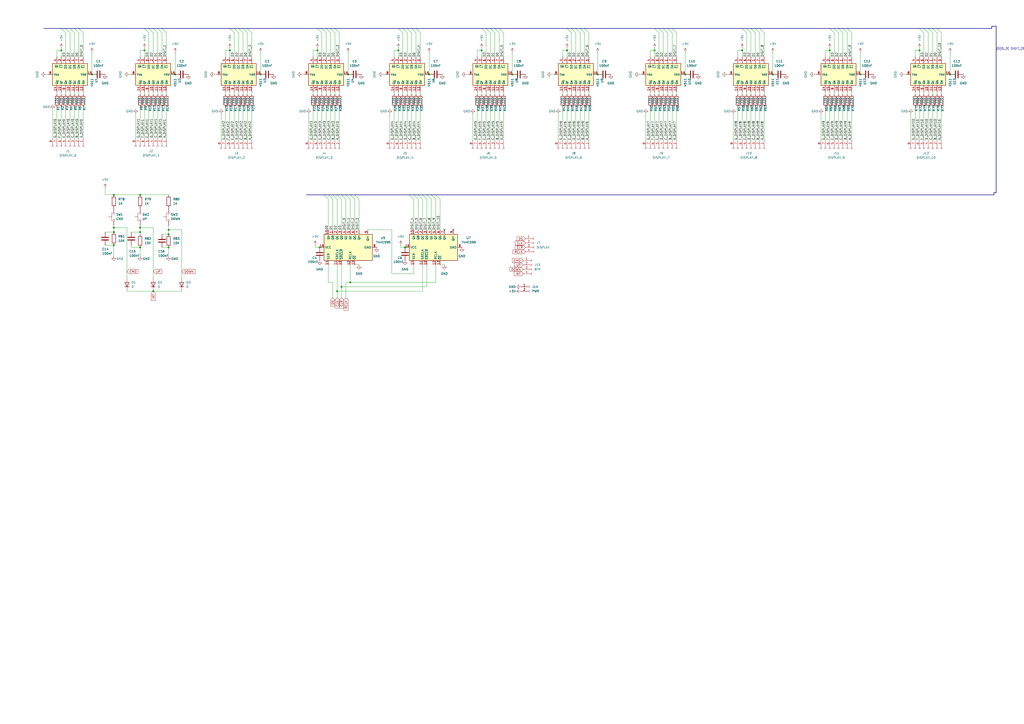
<source format=kicad_sch>
(kicad_sch (version 20231120) (generator "eeschema") (generator_version "8.0")
  (paper "A2")
  (junction (at 201.93 43.18))
  (junction (at 66.04 134.62))
  (junction (at 83.82 29.21))
  (junction (at 133.35 29.21))
  (junction (at 203.2 163.83))
  (junction (at 499.11 43.18))
  (junction (at 551.18 43.18))
  (junction (at 81.28 143.51))
  (junction (at 185.42 143.51))
  (junction (at 231.14 29.21))
  (junction (at 448.31 43.18))
  (junction (at 97.79 135.89))
  (junction (at 97.79 133.35))
  (junction (at 88.9 168.91))
  (junction (at 66.04 132.08))
  (junction (at 198.12 166.37))
  (junction (at 66.04 113.03))
  (junction (at 397.51 43.18))
  (junction (at 346.71 43.18))
  (junction (at 53.34 43.18))
  (junction (at 248.92 43.18))
  (junction (at 297.18 43.18))
  (junction (at 151.13 43.18))
  (junction (at 328.93 29.21))
  (junction (at 195.58 168.91))
  (junction (at 101.6 43.18))
  (junction (at 430.53 29.21))
  (junction (at 533.4 29.21))
  (junction (at 66.04 142.24))
  (junction (at 97.79 143.51))
  (junction (at 481.33 29.21))
  (junction (at 81.28 134.62))
  (junction (at 35.56 29.21))
  (junction (at 184.15 29.21))
  (junction (at 81.28 132.08))
  (junction (at 81.28 113.03))
  (junction (at 379.73 29.21))
  (junction (at 279.4 29.21))
  (junction (at 234.95 143.51))
  (no_connect (at 257.81 133.35))
  (no_connect (at 262.89 133.35))
  (bus_entry (at 481.33 16.51) (size 2.54 2.54))
  (bus_entry (at 281.94 16.51) (size 2.54 2.54))
  (bus_entry (at 538.48 16.51) (size 2.54 2.54))
  (bus_entry (at 250.19 113.03) (size 2.54 2.54))
  (bus_entry (at 184.15 16.51) (size 2.54 2.54))
  (bus_entry (at 289.56 16.51) (size 2.54 2.54))
  (bus_entry (at 339.09 16.51) (size 2.54 2.54))
  (bus_entry (at 205.74 113.03) (size 2.54 2.54))
  (bus_entry (at 198.12 113.03) (size 2.54 2.54))
  (bus_entry (at 187.96 113.03) (size 2.54 2.54))
  (bus_entry (at 433.07 16.51) (size 2.54 2.54))
  (bus_entry (at 331.47 16.51) (size 2.54 2.54))
  (bus_entry (at 336.55 16.51) (size 2.54 2.54))
  (bus_entry (at 38.1 16.51) (size 2.54 2.54))
  (bus_entry (at 83.82 16.51) (size 2.54 2.54))
  (bus_entry (at 491.49 16.51) (size 2.54 2.54))
  (bus_entry (at 284.48 16.51) (size 2.54 2.54))
  (bus_entry (at 133.35 16.51) (size 2.54 2.54))
  (bus_entry (at 387.35 16.51) (size 2.54 2.54))
  (bus_entry (at 195.58 113.03) (size 2.54 2.54))
  (bus_entry (at 40.64 16.51) (size 2.54 2.54))
  (bus_entry (at 382.27 16.51) (size 2.54 2.54))
  (bus_entry (at 389.89 16.51) (size 2.54 2.54))
  (bus_entry (at 190.5 113.03) (size 2.54 2.54))
  (bus_entry (at 488.95 16.51) (size 2.54 2.54))
  (bus_entry (at 543.56 16.51) (size 2.54 2.54))
  (bus_entry (at 245.11 113.03) (size 2.54 2.54))
  (bus_entry (at 541.02 16.51) (size 2.54 2.54))
  (bus_entry (at 45.72 16.51) (size 2.54 2.54))
  (bus_entry (at 483.87 16.51) (size 2.54 2.54))
  (bus_entry (at 91.44 16.51) (size 2.54 2.54))
  (bus_entry (at 435.61 16.51) (size 2.54 2.54))
  (bus_entry (at 203.2 113.03) (size 2.54 2.54))
  (bus_entry (at 440.69 16.51) (size 2.54 2.54))
  (bus_entry (at 328.93 16.51) (size 2.54 2.54))
  (bus_entry (at 186.69 16.51) (size 2.54 2.54))
  (bus_entry (at 279.4 16.51) (size 2.54 2.54))
  (bus_entry (at 193.04 113.03) (size 2.54 2.54))
  (bus_entry (at 379.73 16.51) (size 2.54 2.54))
  (bus_entry (at 35.56 16.51) (size 2.54 2.54))
  (bus_entry (at 438.15 16.51) (size 2.54 2.54))
  (bus_entry (at 231.14 16.51) (size 2.54 2.54))
  (bus_entry (at 430.53 16.51) (size 2.54 2.54))
  (bus_entry (at 138.43 16.51) (size 2.54 2.54))
  (bus_entry (at 140.97 16.51) (size 2.54 2.54))
  (bus_entry (at 236.22 16.51) (size 2.54 2.54))
  (bus_entry (at 240.03 113.03) (size 2.54 2.54))
  (bus_entry (at 252.73 113.03) (size 2.54 2.54))
  (bus_entry (at 533.4 16.51) (size 2.54 2.54))
  (bus_entry (at 334.01 16.51) (size 2.54 2.54))
  (bus_entry (at 287.02 16.51) (size 2.54 2.54))
  (bus_entry (at 135.89 16.51) (size 2.54 2.54))
  (bus_entry (at 93.98 16.51) (size 2.54 2.54))
  (bus_entry (at 384.81 16.51) (size 2.54 2.54))
  (bus_entry (at 88.9 16.51) (size 2.54 2.54))
  (bus_entry (at 237.49 113.03) (size 2.54 2.54))
  (bus_entry (at 200.66 113.03) (size 2.54 2.54))
  (bus_entry (at 242.57 113.03) (size 2.54 2.54))
  (bus_entry (at 194.31 16.51) (size 2.54 2.54))
  (bus_entry (at 233.68 16.51) (size 2.54 2.54))
  (bus_entry (at 189.23 16.51) (size 2.54 2.54))
  (bus_entry (at 143.51 16.51) (size 2.54 2.54))
  (bus_entry (at 86.36 16.51) (size 2.54 2.54))
  (bus_entry (at 191.77 16.51) (size 2.54 2.54))
  (bus_entry (at 486.41 16.51) (size 2.54 2.54))
  (bus_entry (at 241.3 16.51) (size 2.54 2.54))
  (bus_entry (at 238.76 16.51) (size 2.54 2.54))
  (bus_entry (at 535.94 16.51) (size 2.54 2.54))
  (bus_entry (at 247.65 113.03) (size 2.54 2.54))
  (bus_entry (at 43.18 16.51) (size 2.54 2.54))
  (wire (pts (xy 392.43 19.05) (xy 392.43 33.02)))
  (wire (pts (xy 443.23 53.34) (xy 443.23 54.61)))
  (wire (pts (xy 91.44 53.34) (xy 91.44 54.61)))
  (wire (pts (xy 146.05 19.05) (xy 146.05 33.02)))
  (wire (pts (xy 530.86 29.21) (xy 533.4 29.21)))
  (wire (pts (xy 140.97 62.23) (xy 140.97 81.28)))
  (bus (pts (xy 486.41 16.51) (xy 488.95 16.51)))
  (wire (pts (xy 232.41 142.24) (xy 232.41 143.51)))
  (wire (pts (xy 189.23 62.23) (xy 189.23 81.28)))
  (wire (pts (xy 483.87 53.34) (xy 483.87 54.61)))
  (wire (pts (xy 101.6 30.48) (xy 101.6 43.18)))
  (wire (pts (xy 543.56 62.23) (xy 543.56 81.28)))
  (bus (pts (xy 184.15 16.51) (xy 186.69 16.51)))
  (wire (pts (xy 243.84 62.23) (xy 243.84 81.28)))
  (wire (pts (xy 546.1 53.34) (xy 546.1 54.61)))
  (wire (pts (xy 33.02 33.02) (xy 33.02 29.21)))
  (wire (pts (xy 93.98 143.51) (xy 97.79 143.51)))
  (bus (pts (xy 143.51 16.51) (xy 184.15 16.51)))
  (wire (pts (xy 194.31 19.05) (xy 194.31 33.02)))
  (wire (pts (xy 231.14 53.34) (xy 231.14 54.61)))
  (wire (pts (xy 341.63 62.23) (xy 341.63 81.28)))
  (wire (pts (xy 494.03 62.23) (xy 494.03 81.28)))
  (wire (pts (xy 93.98 53.34) (xy 93.98 54.61)))
  (wire (pts (xy 27.94 43.18) (xy 26.67 43.18)))
  (wire (pts (xy 48.26 53.34) (xy 48.26 54.61)))
  (wire (pts (xy 193.04 163.83) (xy 190.5 163.83)))
  (wire (pts (xy 551.18 30.48) (xy 551.18 43.18)))
  (wire (pts (xy 334.01 53.34) (xy 334.01 54.61)))
  (wire (pts (xy 236.22 19.05) (xy 236.22 33.02)))
  (bus (pts (xy 38.1 16.51) (xy 40.64 16.51)))
  (wire (pts (xy 287.02 53.34) (xy 287.02 54.61)))
  (wire (pts (xy 491.49 62.23) (xy 491.49 81.28)))
  (wire (pts (xy 66.04 132.08) (xy 66.04 130.81)))
  (wire (pts (xy 440.69 62.23) (xy 440.69 81.28)))
  (bus (pts (xy 177.8 113.03) (xy 187.96 113.03)))
  (wire (pts (xy 133.35 53.34) (xy 133.35 54.61)))
  (wire (pts (xy 389.89 53.34) (xy 389.89 54.61)))
  (wire (pts (xy 326.39 62.23) (xy 326.39 81.28)))
  (bus (pts (xy 575.31 16.51) (xy 543.56 16.51)))
  (wire (pts (xy 494.03 53.34) (xy 494.03 54.61)))
  (wire (pts (xy 185.42 143.51) (xy 182.88 143.51)))
  (wire (pts (xy 60.96 109.22) (xy 60.96 113.03)))
  (bus (pts (xy 483.87 16.51) (xy 486.41 16.51)))
  (wire (pts (xy 443.23 19.05) (xy 443.23 33.02)))
  (wire (pts (xy 81.28 134.62) (xy 81.28 132.08)))
  (wire (pts (xy 138.43 62.23) (xy 138.43 81.28)))
  (wire (pts (xy 198.12 115.57) (xy 198.12 133.35)))
  (wire (pts (xy 430.53 53.34) (xy 430.53 54.61)))
  (wire (pts (xy 151.13 30.48) (xy 151.13 43.18)))
  (wire (pts (xy 382.27 62.23) (xy 382.27 81.28)))
  (wire (pts (xy 181.61 29.21) (xy 184.15 29.21)))
  (wire (pts (xy 198.12 153.67) (xy 198.12 166.37)))
  (wire (pts (xy 323.85 66.04) (xy 323.85 81.28)))
  (wire (pts (xy 93.98 19.05) (xy 93.98 33.02)))
  (wire (pts (xy 93.98 135.89) (xy 97.79 135.89)))
  (wire (pts (xy 292.1 19.05) (xy 292.1 33.02)))
  (wire (pts (xy 481.33 62.23) (xy 481.33 81.28)))
  (wire (pts (xy 195.58 115.57) (xy 195.58 133.35)))
  (wire (pts (xy 231.14 27.94) (xy 231.14 29.21)))
  (wire (pts (xy 448.31 30.48) (xy 448.31 43.18)))
  (wire (pts (xy 78.74 66.04) (xy 78.74 80.01)))
  (wire (pts (xy 336.55 62.23) (xy 336.55 81.28)))
  (wire (pts (xy 339.09 53.34) (xy 339.09 54.61)))
  (wire (pts (xy 96.52 53.34) (xy 96.52 54.61)))
  (wire (pts (xy 387.35 53.34) (xy 387.35 54.61)))
  (wire (pts (xy 33.02 62.23) (xy 33.02 80.01)))
  (wire (pts (xy 35.56 62.23) (xy 35.56 80.01)))
  (wire (pts (xy 88.9 53.34) (xy 88.9 54.61)))
  (wire (pts (xy 543.56 53.34) (xy 543.56 54.61)))
  (wire (pts (xy 435.61 19.05) (xy 435.61 33.02)))
  (wire (pts (xy 228.6 29.21) (xy 231.14 29.21)))
  (wire (pts (xy 533.4 27.94) (xy 533.4 29.21)))
  (wire (pts (xy 331.47 53.34) (xy 331.47 54.61)))
  (wire (pts (xy 86.36 62.23) (xy 86.36 80.01)))
  (bus (pts (xy 284.48 16.51) (xy 287.02 16.51)))
  (wire (pts (xy 433.07 19.05) (xy 433.07 33.02)))
  (wire (pts (xy 374.65 66.04) (xy 374.65 81.28)))
  (wire (pts (xy 427.99 53.34) (xy 427.99 54.61)))
  (wire (pts (xy 379.73 53.34) (xy 379.73 54.61)))
  (wire (pts (xy 382.27 19.05) (xy 382.27 33.02)))
  (wire (pts (xy 339.09 19.05) (xy 339.09 33.02)))
  (wire (pts (xy 328.93 29.21) (xy 328.93 33.02)))
  (wire (pts (xy 60.96 134.62) (xy 66.04 134.62)))
  (wire (pts (xy 38.1 62.23) (xy 38.1 80.01)))
  (wire (pts (xy 491.49 53.34) (xy 491.49 54.61)))
  (wire (pts (xy 281.94 19.05) (xy 281.94 33.02)))
  (wire (pts (xy 83.82 53.34) (xy 83.82 54.61)))
  (wire (pts (xy 241.3 53.34) (xy 241.3 54.61)))
  (bus (pts (xy 40.64 16.51) (xy 43.18 16.51)))
  (bus (pts (xy 543.56 16.51) (xy 541.02 16.51)))
  (wire (pts (xy 93.98 62.23) (xy 93.98 80.01)))
  (wire (pts (xy 30.48 63.5) (xy 30.48 80.01)))
  (wire (pts (xy 377.19 33.02) (xy 377.19 29.21)))
  (bus (pts (xy 577.85 15.24) (xy 577.85 111.76)))
  (bus (pts (xy 133.35 16.51) (xy 135.89 16.51)))
  (wire (pts (xy 35.56 29.21) (xy 35.56 33.02)))
  (bus (pts (xy 339.09 16.51) (xy 379.73 16.51)))
  (wire (pts (xy 146.05 53.34) (xy 146.05 54.61)))
  (wire (pts (xy 336.55 19.05) (xy 336.55 33.02)))
  (wire (pts (xy 341.63 19.05) (xy 341.63 33.02)))
  (wire (pts (xy 326.39 53.34) (xy 326.39 54.61)))
  (wire (pts (xy 525.78 43.18) (xy 524.51 43.18)))
  (wire (pts (xy 227.33 133.35) (xy 227.33 158.75)))
  (wire (pts (xy 478.79 33.02) (xy 478.79 29.21)))
  (wire (pts (xy 45.72 62.23) (xy 45.72 80.01)))
  (wire (pts (xy 88.9 168.91) (xy 105.41 168.91)))
  (wire (pts (xy 433.07 53.34) (xy 433.07 54.61)))
  (bus (pts (xy 187.96 113.03) (xy 190.5 113.03)))
  (wire (pts (xy 81.28 135.89) (xy 81.28 134.62)))
  (wire (pts (xy 86.36 19.05) (xy 86.36 33.02)))
  (wire (pts (xy 191.77 19.05) (xy 191.77 33.02)))
  (wire (pts (xy 76.2 134.62) (xy 81.28 134.62)))
  (wire (pts (xy 247.65 115.57) (xy 247.65 133.35)))
  (wire (pts (xy 252.73 115.57) (xy 252.73 133.35)))
  (wire (pts (xy 223.52 43.18) (xy 222.25 43.18)))
  (bus (pts (xy 334.01 16.51) (xy 336.55 16.51)))
  (bus (pts (xy 186.69 16.51) (xy 189.23 16.51)))
  (bus (pts (xy 231.14 16.51) (xy 233.68 16.51)))
  (wire (pts (xy 231.14 29.21) (xy 231.14 33.02)))
  (wire (pts (xy 257.81 153.67) (xy 255.27 153.67)))
  (wire (pts (xy 535.94 62.23) (xy 535.94 81.28)))
  (bus (pts (xy 384.81 16.51) (xy 387.35 16.51)))
  (wire (pts (xy 292.1 53.34) (xy 292.1 54.61)))
  (wire (pts (xy 189.23 19.05) (xy 189.23 33.02)))
  (bus (pts (xy 189.23 16.51) (xy 191.77 16.51)))
  (bus (pts (xy 83.82 16.51) (xy 86.36 16.51)))
  (wire (pts (xy 186.69 53.34) (xy 186.69 54.61)))
  (wire (pts (xy 279.4 27.94) (xy 279.4 29.21)))
  (wire (pts (xy 481.33 29.21) (xy 481.33 33.02)))
  (wire (pts (xy 276.86 62.23) (xy 276.86 81.28)))
  (wire (pts (xy 284.48 53.34) (xy 284.48 54.61)))
  (wire (pts (xy 233.68 19.05) (xy 233.68 33.02)))
  (wire (pts (xy 189.23 53.34) (xy 189.23 54.61)))
  (wire (pts (xy 326.39 33.02) (xy 326.39 29.21)))
  (wire (pts (xy 276.86 53.34) (xy 276.86 54.61)))
  (wire (pts (xy 238.76 53.34) (xy 238.76 54.61)))
  (wire (pts (xy 73.66 168.91) (xy 88.9 168.91)))
  (wire (pts (xy 236.22 53.34) (xy 236.22 54.61)))
  (wire (pts (xy 430.53 29.21) (xy 430.53 33.02)))
  (wire (pts (xy 245.11 115.57) (xy 245.11 133.35)))
  (wire (pts (xy 66.04 132.08) (xy 73.66 132.08)))
  (wire (pts (xy 48.26 62.23) (xy 48.26 80.01)))
  (wire (pts (xy 138.43 53.34) (xy 138.43 54.61)))
  (wire (pts (xy 292.1 62.23) (xy 292.1 81.28)))
  (wire (pts (xy 60.96 142.24) (xy 66.04 142.24)))
  (wire (pts (xy 478.79 53.34) (xy 478.79 54.61)))
  (wire (pts (xy 81.28 62.23) (xy 81.28 80.01)))
  (wire (pts (xy 193.04 163.83) (xy 193.04 172.72)))
  (wire (pts (xy 97.79 133.35) (xy 97.79 135.89)))
  (bus (pts (xy 533.4 16.51) (xy 491.49 16.51)))
  (wire (pts (xy 33.02 53.34) (xy 33.02 54.61)))
  (wire (pts (xy 440.69 19.05) (xy 440.69 33.02)))
  (wire (pts (xy 83.82 29.21) (xy 83.82 33.02)))
  (wire (pts (xy 530.86 62.23) (xy 530.86 81.28)))
  (wire (pts (xy 135.89 53.34) (xy 135.89 54.61)))
  (wire (pts (xy 279.4 29.21) (xy 279.4 33.02)))
  (wire (pts (xy 438.15 53.34) (xy 438.15 54.61)))
  (bus (pts (xy 575.31 15.24) (xy 577.85 15.24)))
  (wire (pts (xy 228.6 53.34) (xy 228.6 54.61)))
  (wire (pts (xy 203.2 115.57) (xy 203.2 133.35)))
  (bus (pts (xy 43.18 16.51) (xy 45.72 16.51)))
  (bus (pts (xy 331.47 16.51) (xy 334.01 16.51)))
  (wire (pts (xy 213.36 133.35) (xy 227.33 133.35)))
  (wire (pts (xy 196.85 19.05) (xy 196.85 33.02)))
  (wire (pts (xy 289.56 53.34) (xy 289.56 54.61)))
  (wire (pts (xy 346.71 30.48) (xy 346.71 43.18)))
  (wire (pts (xy 546.1 62.23) (xy 546.1 81.28)))
  (wire (pts (xy 81.28 143.51) (xy 81.28 148.59)))
  (wire (pts (xy 88.9 132.08) (xy 88.9 161.29)))
  (bus (pts (xy 538.48 16.51) (xy 535.94 16.51)))
  (wire (pts (xy 66.04 113.03) (xy 60.96 113.03)))
  (bus (pts (xy 440.69 16.51) (xy 481.33 16.51)))
  (wire (pts (xy 488.95 62.23) (xy 488.95 81.28)))
  (wire (pts (xy 83.82 27.94) (xy 83.82 29.21)))
  (wire (pts (xy 195.58 168.91) (xy 245.11 168.91)))
  (wire (pts (xy 196.85 53.34) (xy 196.85 54.61)))
  (wire (pts (xy 233.68 53.34) (xy 233.68 54.61)))
  (wire (pts (xy 287.02 19.05) (xy 287.02 33.02)))
  (wire (pts (xy 473.71 43.18) (xy 472.44 43.18)))
  (wire (pts (xy 427.99 62.23) (xy 427.99 81.28)))
  (wire (pts (xy 382.27 53.34) (xy 382.27 54.61)))
  (wire (pts (xy 243.84 19.05) (xy 243.84 33.02)))
  (wire (pts (xy 530.86 53.34) (xy 530.86 54.61)))
  (wire (pts (xy 435.61 53.34) (xy 435.61 54.61)))
  (bus (pts (xy 238.76 16.51) (xy 241.3 16.51)))
  (wire (pts (xy 331.47 62.23) (xy 331.47 81.28)))
  (wire (pts (xy 83.82 62.23) (xy 83.82 80.01)))
  (wire (pts (xy 133.35 62.23) (xy 133.35 81.28)))
  (wire (pts (xy 133.35 27.94) (xy 133.35 29.21)))
  (bus (pts (xy 488.95 16.51) (xy 491.49 16.51)))
  (wire (pts (xy 488.95 53.34) (xy 488.95 54.61)))
  (wire (pts (xy 271.78 43.18) (xy 270.51 43.18)))
  (wire (pts (xy 203.2 153.67) (xy 203.2 163.83)))
  (wire (pts (xy 138.43 19.05) (xy 138.43 33.02)))
  (bus (pts (xy 576.58 111.76) (xy 576.58 113.03)))
  (wire (pts (xy 81.28 132.08) (xy 81.28 130.81)))
  (wire (pts (xy 97.79 130.81) (xy 97.79 133.35)))
  (wire (pts (xy 321.31 43.18) (xy 320.04 43.18)))
  (wire (pts (xy 81.28 29.21) (xy 83.82 29.21)))
  (wire (pts (xy 140.97 19.05) (xy 140.97 33.02)))
  (wire (pts (xy 284.48 19.05) (xy 284.48 33.02)))
  (wire (pts (xy 194.31 62.23) (xy 194.31 81.28)))
  (bus (pts (xy 245.11 113.03) (xy 247.65 113.03)))
  (wire (pts (xy 486.41 19.05) (xy 486.41 33.02)))
  (wire (pts (xy 191.77 53.34) (xy 191.77 54.61)))
  (wire (pts (xy 45.72 53.34) (xy 45.72 54.61)))
  (wire (pts (xy 389.89 62.23) (xy 389.89 81.28)))
  (bus (pts (xy 240.03 113.03) (xy 242.57 113.03)))
  (wire (pts (xy 181.61 53.34) (xy 181.61 54.61)))
  (wire (pts (xy 392.43 62.23) (xy 392.43 81.28)))
  (wire (pts (xy 140.97 53.34) (xy 140.97 54.61)))
  (wire (pts (xy 200.66 163.83) (xy 203.2 163.83)))
  (wire (pts (xy 135.89 19.05) (xy 135.89 33.02)))
  (bus (pts (xy 233.68 16.51) (xy 236.22 16.51)))
  (wire (pts (xy 226.06 66.04) (xy 226.06 81.28)))
  (wire (pts (xy 250.19 115.57) (xy 250.19 133.35)))
  (wire (pts (xy 43.18 19.05) (xy 43.18 33.02)))
  (wire (pts (xy 339.09 62.23) (xy 339.09 81.28)))
  (wire (pts (xy 179.07 66.04) (xy 179.07 81.28)))
  (wire (pts (xy 91.44 19.05) (xy 91.44 33.02)))
  (wire (pts (xy 284.48 62.23) (xy 284.48 81.28)))
  (wire (pts (xy 35.56 53.34) (xy 35.56 54.61)))
  (bus (pts (xy 191.77 16.51) (xy 194.31 16.51)))
  (wire (pts (xy 184.15 27.94) (xy 184.15 29.21)))
  (wire (pts (xy 91.44 62.23) (xy 91.44 80.01)))
  (wire (pts (xy 176.53 43.18) (xy 175.26 43.18)))
  (bus (pts (xy 135.89 16.51) (xy 138.43 16.51)))
  (wire (pts (xy 336.55 53.34) (xy 336.55 54.61)))
  (wire (pts (xy 425.45 66.04) (xy 425.45 81.28)))
  (wire (pts (xy 228.6 33.02) (xy 228.6 29.21)))
  (wire (pts (xy 240.03 115.57) (xy 240.03 133.35)))
  (wire (pts (xy 81.28 53.34) (xy 81.28 54.61)))
  (wire (pts (xy 241.3 19.05) (xy 241.3 33.02)))
  (wire (pts (xy 125.73 43.18) (xy 124.46 43.18)))
  (wire (pts (xy 143.51 62.23) (xy 143.51 81.28)))
  (wire (pts (xy 97.79 143.51) (xy 97.79 148.59)))
  (wire (pts (xy 430.53 62.23) (xy 430.53 81.28)))
  (wire (pts (xy 440.69 53.34) (xy 440.69 54.61)))
  (bus (pts (xy 252.73 113.03) (xy 250.19 113.03)))
  (bus (pts (xy 25.4 16.51) (xy 35.56 16.51)))
  (wire (pts (xy 433.07 62.23) (xy 433.07 81.28)))
  (wire (pts (xy 377.19 62.23) (xy 377.19 81.28)))
  (wire (pts (xy 379.73 62.23) (xy 379.73 81.28)))
  (wire (pts (xy 96.52 62.23) (xy 96.52 80.01)))
  (wire (pts (xy 88.9 62.23) (xy 88.9 80.01)))
  (wire (pts (xy 200.66 115.57) (xy 200.66 133.35)))
  (wire (pts (xy 486.41 62.23) (xy 486.41 81.28)))
  (wire (pts (xy 81.28 132.08) (xy 88.9 132.08)))
  (bus (pts (xy 195.58 113.03) (xy 198.12 113.03)))
  (wire (pts (xy 128.27 66.04) (xy 128.27 81.28)))
  (wire (pts (xy 76.2 142.24) (xy 76.2 143.51)))
  (wire (pts (xy 198.12 166.37) (xy 247.65 166.37)))
  (bus (pts (xy 287.02 16.51) (xy 289.56 16.51)))
  (wire (pts (xy 328.93 53.34) (xy 328.93 54.61)))
  (bus (pts (xy 198.12 113.03) (xy 200.66 113.03)))
  (wire (pts (xy 379.73 29.21) (xy 379.73 33.02)))
  (wire (pts (xy 535.94 53.34) (xy 535.94 54.61)))
  (bus (pts (xy 200.66 113.03) (xy 203.2 113.03)))
  (wire (pts (xy 194.31 53.34) (xy 194.31 54.61)))
  (wire (pts (xy 328.93 62.23) (xy 328.93 81.28)))
  (wire (pts (xy 384.81 62.23) (xy 384.81 81.28)))
  (bus (pts (xy 140.97 16.51) (xy 143.51 16.51)))
  (wire (pts (xy 181.61 62.23) (xy 181.61 81.28)))
  (wire (pts (xy 81.28 33.02) (xy 81.28 29.21)))
  (bus (pts (xy 430.53 16.51) (xy 433.07 16.51)))
  (wire (pts (xy 48.26 19.05) (xy 48.26 33.02)))
  (wire (pts (xy 76.2 43.18) (xy 74.93 43.18)))
  (wire (pts (xy 130.81 29.21) (xy 133.35 29.21)))
  (wire (pts (xy 97.79 113.03) (xy 81.28 113.03)))
  (wire (pts (xy 483.87 62.23) (xy 483.87 81.28)))
  (wire (pts (xy 182.88 142.24) (xy 182.88 143.51)))
  (wire (pts (xy 38.1 53.34) (xy 38.1 54.61)))
  (wire (pts (xy 279.4 62.23) (xy 279.4 81.28)))
  (wire (pts (xy 186.69 19.05) (xy 186.69 33.02)))
  (wire (pts (xy 43.18 62.23) (xy 43.18 80.01)))
  (wire (pts (xy 238.76 62.23) (xy 238.76 81.28)))
  (wire (pts (xy 326.39 29.21) (xy 328.93 29.21)))
  (wire (pts (xy 130.81 53.34) (xy 130.81 54.61)))
  (wire (pts (xy 43.18 53.34) (xy 43.18 54.61)))
  (wire (pts (xy 478.79 62.23) (xy 478.79 81.28)))
  (wire (pts (xy 533.4 29.21) (xy 533.4 33.02)))
  (wire (pts (xy 543.56 19.05) (xy 543.56 33.02)))
  (wire (pts (xy 528.32 66.04) (xy 528.32 81.28)))
  (wire (pts (xy 387.35 62.23) (xy 387.35 81.28)))
  (wire (pts (xy 276.86 29.21) (xy 279.4 29.21)))
  (wire (pts (xy 297.18 30.48) (xy 297.18 43.18)))
  (wire (pts (xy 231.14 62.23) (xy 231.14 81.28)))
  (wire (pts (xy 33.02 29.21) (xy 35.56 29.21)))
  (wire (pts (xy 546.1 19.05) (xy 546.1 33.02)))
  (wire (pts (xy 533.4 62.23) (xy 533.4 81.28)))
  (wire (pts (xy 40.64 19.05) (xy 40.64 33.02)))
  (wire (pts (xy 289.56 62.23) (xy 289.56 81.28)))
  (wire (pts (xy 341.63 53.34) (xy 341.63 54.61)))
  (wire (pts (xy 438.15 19.05) (xy 438.15 33.02)))
  (wire (pts (xy 488.95 19.05) (xy 488.95 33.02)))
  (wire (pts (xy 238.76 19.05) (xy 238.76 33.02)))
  (bus (pts (xy 541.02 16.51) (xy 538.48 16.51)))
  (bus (pts (xy 203.2 113.03) (xy 205.74 113.03)))
  (bus (pts (xy 93.98 16.51) (xy 133.35 16.51)))
  (wire (pts (xy 476.25 66.04) (xy 476.25 81.28)))
  (wire (pts (xy 241.3 62.23) (xy 241.3 81.28)))
  (wire (pts (xy 196.85 62.23) (xy 196.85 81.28)))
  (wire (pts (xy 379.73 27.94) (xy 379.73 29.21)))
  (bus (pts (xy 193.04 113.03) (xy 195.58 113.03)))
  (wire (pts (xy 133.35 29.21) (xy 133.35 33.02)))
  (wire (pts (xy 88.9 19.05) (xy 88.9 33.02)))
  (bus (pts (xy 387.35 16.51) (xy 389.89 16.51)))
  (wire (pts (xy 243.84 53.34) (xy 243.84 54.61)))
  (bus (pts (xy 194.31 16.51) (xy 231.14 16.51)))
  (wire (pts (xy 135.89 62.23) (xy 135.89 81.28)))
  (bus (pts (xy 190.5 113.03) (xy 193.04 113.03)))
  (wire (pts (xy 81.28 113.03) (xy 66.04 113.03)))
  (wire (pts (xy 198.12 166.37) (xy 198.12 172.72)))
  (wire (pts (xy 478.79 29.21) (xy 481.33 29.21)))
  (wire (pts (xy 240.03 158.75) (xy 240.03 153.67)))
  (wire (pts (xy 438.15 62.23) (xy 438.15 81.28)))
  (wire (pts (xy 377.19 53.34) (xy 377.19 54.61)))
  (bus (pts (xy 247.65 113.03) (xy 250.19 113.03)))
  (wire (pts (xy 486.41 53.34) (xy 486.41 54.61)))
  (wire (pts (xy 334.01 19.05) (xy 334.01 33.02)))
  (bus (pts (xy 86.36 16.51) (xy 88.9 16.51)))
  (wire (pts (xy 86.36 53.34) (xy 86.36 54.61)))
  (wire (pts (xy 96.52 19.05) (xy 96.52 33.02)))
  (wire (pts (xy 236.22 62.23) (xy 236.22 81.28)))
  (bus (pts (xy 438.15 16.51) (xy 440.69 16.51)))
  (wire (pts (xy 193.04 115.57) (xy 193.04 133.35)))
  (bus (pts (xy 138.43 16.51) (xy 140.97 16.51)))
  (wire (pts (xy 203.2 163.83) (xy 252.73 163.83)))
  (wire (pts (xy 195.58 168.91) (xy 195.58 172.72)))
  (wire (pts (xy 40.64 62.23) (xy 40.64 80.01)))
  (bus (pts (xy 91.44 16.51) (xy 93.98 16.51)))
  (wire (pts (xy 200.66 163.83) (xy 200.66 172.72)))
  (wire (pts (xy 186.69 62.23) (xy 186.69 81.28)))
  (wire (pts (xy 242.57 115.57) (xy 242.57 133.35)))
  (wire (pts (xy 245.11 168.91) (xy 245.11 153.67)))
  (wire (pts (xy 248.92 30.48) (xy 248.92 43.18)))
  (wire (pts (xy 279.4 53.34) (xy 279.4 54.61)))
  (wire (pts (xy 205.74 115.57) (xy 205.74 133.35)))
  (wire (pts (xy 289.56 19.05) (xy 289.56 33.02)))
  (wire (pts (xy 143.51 19.05) (xy 143.51 33.02)))
  (wire (pts (xy 208.28 153.67) (xy 205.74 153.67)))
  (wire (pts (xy 105.41 133.35) (xy 105.41 161.29)))
  (wire (pts (xy 208.28 115.57) (xy 208.28 133.35)))
  (wire (pts (xy 146.05 62.23) (xy 146.05 81.28)))
  (wire (pts (xy 397.51 30.48) (xy 397.51 43.18)))
  (wire (pts (xy 233.68 62.23) (xy 233.68 81.28)))
  (wire (pts (xy 384.81 19.05) (xy 384.81 33.02)))
  (wire (pts (xy 143.51 53.34) (xy 143.51 54.61)))
  (wire (pts (xy 201.93 30.48) (xy 201.93 43.18)))
  (wire (pts (xy 281.94 53.34) (xy 281.94 54.61)))
  (wire (pts (xy 328.93 27.94) (xy 328.93 29.21)))
  (wire (pts (xy 191.77 62.23) (xy 191.77 81.28)))
  (wire (pts (xy 491.49 19.05) (xy 491.49 33.02)))
  (wire (pts (xy 130.81 62.23) (xy 130.81 81.28)))
  (wire (pts (xy 274.32 66.04) (xy 274.32 81.28)))
  (bus (pts (xy 435.61 16.51) (xy 438.15 16.51)))
  (wire (pts (xy 190.5 163.83) (xy 190.5 153.67)))
  (wire (pts (xy 384.81 53.34) (xy 384.81 54.61)))
  (wire (pts (xy 435.61 62.23) (xy 435.61 81.28)))
  (wire (pts (xy 181.61 33.02) (xy 181.61 29.21)))
  (wire (pts (xy 334.01 62.23) (xy 334.01 81.28)))
  (bus (pts (xy 481.33 16.51) (xy 483.87 16.51)))
  (bus (pts (xy 88.9 16.51) (xy 91.44 16.51)))
  (bus (pts (xy 205.74 113.03) (xy 237.49 113.03)))
  (wire (pts (xy 184.15 53.34) (xy 184.15 54.61)))
  (wire (pts (xy 387.35 19.05) (xy 387.35 33.02)))
  (wire (pts (xy 541.02 19.05) (xy 541.02 33.02)))
  (wire (pts (xy 73.66 132.08) (xy 73.66 161.29)))
  (wire (pts (xy 97.79 133.35) (xy 105.41 133.35)))
  (wire (pts (xy 287.02 62.23) (xy 287.02 81.28)))
  (wire (pts (xy 281.94 62.23) (xy 281.94 81.28)))
  (wire (pts (xy 45.72 19.05) (xy 45.72 33.02)))
  (wire (pts (xy 538.48 62.23) (xy 538.48 81.28)))
  (wire (pts (xy 66.04 148.59) (xy 66.04 142.24)))
  (wire (pts (xy 481.33 27.94) (xy 481.33 29.21)))
  (wire (pts (xy 538.48 19.05) (xy 538.48 33.02)))
  (wire (pts (xy 483.87 19.05) (xy 483.87 33.02)))
  (bus (pts (xy 279.4 16.51) (xy 281.94 16.51)))
  (wire (pts (xy 443.23 62.23) (xy 443.23 81.28)))
  (wire (pts (xy 76.2 143.51) (xy 81.28 143.51)))
  (wire (pts (xy 130.81 33.02) (xy 130.81 29.21)))
  (wire (pts (xy 184.15 29.21) (xy 184.15 33.02)))
  (wire (pts (xy 331.47 19.05) (xy 331.47 33.02)))
  (bus (pts (xy 575.31 15.24) (xy 575.31 16.51)))
  (bus (pts (xy 336.55 16.51) (xy 339.09 16.51)))
  (bus (pts (xy 379.73 16.51) (xy 382.27 16.51)))
  (wire (pts (xy 427.99 33.02) (xy 427.99 29.21)))
  (wire (pts (xy 228.6 62.23) (xy 228.6 81.28)))
  (bus (pts (xy 289.56 16.51) (xy 328.93 16.51)))
  (wire (pts (xy 40.64 53.34) (xy 40.64 54.61)))
  (wire (pts (xy 372.11 43.18) (xy 370.84 43.18)))
  (bus (pts (xy 242.57 113.03) (xy 245.11 113.03)))
  (wire (pts (xy 195.58 153.67) (xy 195.58 168.91)))
  (wire (pts (xy 35.56 27.94) (xy 35.56 29.21)))
  (wire (pts (xy 66.04 134.62) (xy 66.04 132.08)))
  (wire (pts (xy 499.11 30.48) (xy 499.11 43.18)))
  (wire (pts (xy 535.94 19.05) (xy 535.94 33.02)))
  (wire (pts (xy 255.27 115.57) (xy 255.27 133.35)))
  (wire (pts (xy 190.5 115.57) (xy 190.5 133.35)))
  (wire (pts (xy 538.48 53.34) (xy 538.48 54.61)))
  (wire (pts (xy 430.53 27.94) (xy 430.53 29.21)))
  (wire (pts (xy 377.19 29.21) (xy 379.73 29.21)))
  (bus (pts (xy 241.3 16.51) (xy 279.4 16.51)))
  (bus (pts (xy 382.27 16.51) (xy 384.81 16.51)))
  (wire (pts (xy 541.02 62.23) (xy 541.02 81.28)))
  (bus (pts (xy 433.07 16.51) (xy 435.61 16.51)))
  (wire (pts (xy 541.02 53.34) (xy 541.02 54.61)))
  (wire (pts (xy 247.65 166.37) (xy 247.65 153.67)))
  (wire (pts (xy 494.03 19.05) (xy 494.03 33.02)))
  (wire (pts (xy 392.43 53.34) (xy 392.43 54.61)))
  (bus (pts (xy 535.94 16.51) (xy 533.4 16.51)))
  (bus (pts (xy 389.89 16.51) (xy 430.53 16.51)))
  (wire (pts (xy 38.1 19.05) (xy 38.1 33.02)))
  (wire (pts (xy 533.4 53.34) (xy 533.4 54.61)))
  (bus (pts (xy 576.58 111.76) (xy 577.85 111.76)))
  (bus (pts (xy 328.93 16.51) (xy 331.47 16.51)))
  (wire (pts (xy 427.99 29.21) (xy 430.53 29.21)))
  (wire (pts (xy 276.86 33.02) (xy 276.86 29.21)))
  (wire (pts (xy 530.86 33.02) (xy 530.86 29.21)))
  (wire (pts (xy 234.95 143.51) (xy 232.41 143.51)))
  (wire (pts (xy 481.33 53.34) (xy 481.33 54.61)))
  (wire (pts (xy 252.73 163.83) (xy 252.73 153.67)))
  (bus (pts (xy 252.73 113.03) (xy 576.58 113.03)))
  (bus (pts (xy 236.22 16.51) (xy 238.76 16.51)))
  (wire (pts (xy 53.34 30.48) (xy 53.34 43.18)))
  (wire (pts (xy 389.89 19.05) (xy 389.89 33.02)))
  (bus (pts (xy 281.94 16.51) (xy 284.48 16.51)))
  (bus (pts (xy 45.72 16.51) (xy 83.82 16.51)))
  (wire (pts (xy 227.33 158.75) (xy 240.03 158.75)))
  (wire (pts (xy 422.91 43.18) (xy 421.64 43.18)))
  (bus (pts (xy 35.56 16.51) (xy 38.1 16.51)))
  (bus (pts (xy 237.49 113.03) (xy 240.03 113.03)))
  (wire (pts (xy 184.15 62.23) (xy 184.15 81.28)))
  (label "D1" (at 488.95 33.02 90))
  (label "C_DISPLAY1" (at 91.44 80.01 90))
  (label "D1" (at 193.04 133.35 90))
  (label "D2" (at 538.48 33.02 90))
  (label "D0" (at 190.5 133.35 90))
  (label "DIGIT_3" (at 196.85 33.02 90))
  (label "E_DISPLAY7" (at 382.27 81.28 90))
  (label "A_DISPLAY10" (at 546.1 81.28 90))
  (label "F_DISPLAY5" (at 279.4 81.28 90))
  (label "E_DISPLAY4" (at 233.68 81.28 90))
  (label "DIGIT_9" (at 252.73 133.35 90))
  (label "A_DISPLAY5" (at 292.1 81.28 90))
  (label "D3" (at 198.12 133.35 90))
  (label "E_DISPLAY3" (at 186.69 81.28 90))
  (label "D1" (at 238.76 33.02 90))
  (label "G_DISPLAY9" (at 478.79 81.28 90))
  (label "D3" (at 331.47 33.02 90))
  (label "DIGIT_7" (at 247.65 133.35 90))
  (label "DIGIT_10" (at 255.27 133.35 90))
  (label "G_DISPLAY1" (at 81.28 80.01 90))
  (label "DIGIT_1" (at 203.2 133.35 90))
  (label "D1" (at 287.02 33.02 90))
  (label "DIGIT_4" (at 243.84 33.02 90))
  (label "G_DISPLAY3" (at 181.61 81.28 90))
  (label "B_DISPLAY5" (at 289.56 81.28 90))
  (label "B_DISPLAY2" (at 143.51 81.28 90))
  (label "F_DISPLAY2" (at 133.35 81.28 90))
  (label "D_DISPLAY1" (at 88.9 80.01 90))
  (label "D1" (at 43.18 33.02 90))
  (label "DIGIT_2" (at 146.05 33.02 90))
  (label "D3" (at 382.27 33.02 90))
  (label "G_DISPLAY8" (at 427.99 81.28 90))
  (label "C_DISPLAY10" (at 541.02 81.28 90))
  (label "G_DISPLAY5" (at 276.86 81.28 90))
  (label "F_DISPLAY4" (at 231.14 81.28 90))
  (label "DIGIT_4" (at 240.03 133.35 90))
  (label "D_DISPLAY9" (at 486.41 81.28 90))
  (label "DIGIT_3" (at 208.28 133.35 90))
  (label "F_DISPLAY9" (at 481.33 81.28 90))
  (label "D3" (at 86.36 33.02 90))
  (label "DIGIT_1" (at 96.52 33.02 90))
  (label "{D[0..3] DIGIT_[0..10]}" (at 577.85 29.21 0))
  (label "B_DISPLAY10" (at 543.56 81.28 90))
  (label "D0" (at 45.72 33.02 90))
  (label "C_DISPLAY0" (at 43.18 80.01 90))
  (label "DIGIT_8" (at 250.19 133.35 90))
  (label "A_DISPLAY1" (at 96.52 80.01 90))
  (label "D_DISPLAY2" (at 138.43 81.28 90))
  (label "C_DISPLAY7" (at 387.35 81.28 90))
  (label "D0" (at 491.49 33.02 90))
  (label "D0" (at 194.31 33.02 90))
  (label "A_DISPLAY7" (at 392.43 81.28 90))
  (label "D2" (at 195.58 133.35 90))
  (label "D0" (at 339.09 33.02 90))
  (label "F_DISPLAY0" (at 35.56 80.01 90))
  (label "D1" (at 387.35 33.02 90))
  (label "DIGIT_0" (at 48.26 33.02 90))
  (label "C_DISPLAY4" (at 238.76 81.28 90))
  (label "G_DISPLAY4" (at 228.6 81.28 90))
  (label "C_DISPLAY3" (at 191.77 81.28 90))
  (label "C_DISPLAY8" (at 438.15 81.28 90))
  (label "D3" (at 135.89 33.02 90))
  (label "B_DISPLAY9" (at 491.49 81.28 90))
  (label "E_DISPLAY6" (at 331.47 81.28 90))
  (label "F_DISPLAY1" (at 83.82 80.01 90))
  (label "F_DISPLAY3" (at 184.15 81.28 90))
  (label "D3" (at 483.87 33.02 90))
  (label "D2" (at 334.01 33.02 90))
  (label "D3" (at 535.94 33.02 90))
  (label "D2" (at 284.48 33.02 90))
  (label "A_DISPLAY4" (at 243.84 81.28 90))
  (label "F_DISPLAY10" (at 533.4 81.28 90))
  (label "D1" (at 191.77 33.02 90))
  (label "F_DISPLAY7" (at 379.73 81.28 90))
  (label "D2" (at 40.64 33.02 90))
  (label "DIGIT_6" (at 341.63 33.02 90))
  (label "A_DISPLAY9" (at 494.03 81.28 90))
  (label "D0" (at 440.69 33.02 90))
  (label "DIGIT_9" (at 494.03 33.02 90))
  (label "G_DISPLAY2" (at 130.81 81.28 90))
  (label "DIGIT_5" (at 292.1 33.02 90))
  (label "B_DISPLAY7" (at 389.89 81.28 90))
  (label "DIGIT_7" (at 392.43 33.02 90))
  (label "E_DISPLAY2" (at 135.89 81.28 90))
  (label "G_DISPLAY10" (at 530.86 81.28 90))
  (label "D_DISPLAY3" (at 189.23 81.28 90))
  (label "D3" (at 186.69 33.02 90))
  (label "D0" (at 143.51 33.02 90))
  (label "D2" (at 88.9 33.02 90))
  (label "E_DISPLAY10" (at 535.94 81.28 90))
  (label "DIGIT_2" (at 205.74 133.35 90))
  (label "D2" (at 189.23 33.02 90))
  (label "E_DISPLAY1" (at 86.36 80.01 90))
  (label "D_DISPLAY8" (at 435.61 81.28 90))
  (label "F_DISPLAY6" (at 328.93 81.28 90))
  (label "G_DISPLAY6" (at 326.39 81.28 90))
  (label "D1" (at 336.55 33.02 90))
  (label "D2" (at 384.81 33.02 90))
  (label "D0" (at 389.89 33.02 90))
  (label "D_DISPLAY7" (at 384.81 81.28 90))
  (label "E_DISPLAY8" (at 433.07 81.28 90))
  (label "D0" (at 93.98 33.02 90))
  (label "D2" (at 138.43 33.02 90))
  (label "B_DISPLAY3" (at 194.31 81.28 90))
  (label "D0" (at 543.56 33.02 90))
  (label "F_DISPLAY8" (at 430.53 81.28 90))
  (label "D2" (at 435.61 33.02 90))
  (label "D1" (at 541.02 33.02 90))
  (label "A_DISPLAY0" (at 48.26 80.01 90))
  (label "B_DISPLAY6" (at 339.09 81.28 90))
  (label "B_DISPLAY4" (at 241.3 81.28 90))
  (label "DIGIT_8" (at 443.23 33.02 90))
  (label "D1" (at 140.97 33.02 90))
  (label "D3" (at 38.1 33.02 90))
  (label "C_DISPLAY5" (at 287.02 81.28 90))
  (label "E_DISPLAY9" (at 483.87 81.28 90))
  (label "D0" (at 241.3 33.02 90))
  (label "E_DISPLAY0" (at 38.1 80.01 90))
  (label "D3" (at 433.07 33.02 90))
  (label "D2" (at 486.41 33.02 90))
  (label "D2" (at 236.22 33.02 90))
  (label "C_DISPLAY9" (at 488.95 81.28 90))
  (label "G_DISPLAY0" (at 33.02 80.01 90))
  (label "DIGIT_0" (at 200.66 133.35 90))
  (label "D1" (at 438.15 33.02 90))
  (label "D_DISPLAY0" (at 40.64 80.0084 90))
  (label "DIGIT_5" (at 242.57 133.35 90))
  (label "E_DISPLAY5" (at 281.94 81.28 90))
  (label "D0" (at 289.56 33.02 90))
  (label "A_DISPLAY2" (at 146.05 81.28 90))
  (label "B_DISPLAY0" (at 45.72 80.01 90))
  (label "B_DISPLAY1" (at 93.98 80.01 90))
  (label "A_DISPLAY8" (at 443.23 81.28 90))
  (label "DIGIT_6" (at 245.11 133.35 90))
  (label "B_DISPLAY8" (at 440.69 81.28 90))
  (label "C_DISPLAY2" (at 140.97 81.28 90))
  (label "G_DISPLAY7" (at 377.19 81.28 90))
  (label "C_DISPLAY6" (at 336.55 81.28 90))
  (label "D_DISPLAY5" (at 284.48 81.28 90))
  (label "D3" (at 281.94 33.02 90))
  (label "DIGIT_10" (at 546.1 33.02 90))
  (label "D1" (at 91.44 33.02 90))
  (label "D_DISPLAY6" (at 334.01 81.28 90))
  (label "D_DISPLAY4" (at 236.22 81.28 90))
  (label "D3" (at 233.68 33.02 90))
  (label "A_DISPLAY3" (at 196.85 81.28 90))
  (label "A_DISPLAY6" (at 341.63 81.28 90))
  (label "D_DISPLAY10" (at 538.48 81.28 90))
  (global_label "UP" (shape input) (at 303.53 153.67 180) (property "Intersheetrefs" "${INTERSHEET_REFS}" (effects (hide yes))))
  (global_label "UP" (shape input) (at 88.9 157.48 0) (property "Intersheetrefs" "${INTERSHEET_REFS}" (effects (hide yes))))
  (global_label "INT" (shape input) (at 303.53 158.75 180) (property "Intersheetrefs" "${INTERSHEET_REFS}" (effects (hide yes))))
  (global_label "DS" (shape input) (at 193.04 172.72 270) (property "Intersheetrefs" "${INTERSHEET_REFS}" (effects (hide yes))))
  (global_label "CLK" (shape input) (at 304.8 140.97 180) (property "Intersheetrefs" "${INTERSHEET_REFS}" (effects (hide yes))))
  (global_label "CLK" (shape input) (at 195.58 172.72 270) (property "Intersheetrefs" "${INTERSHEET_REFS}" (effects (hide yes))))
  (global_label "INT" (shape input) (at 88.9 168.91 270) (property "Intersheetrefs" "${INTERSHEET_REFS}" (effects (hide yes))))
  (global_label "CMD" (shape input) (at 73.66 157.48 0) (property "Intersheetrefs" "${INTERSHEET_REFS}" (effects (hide yes))))
  (global_label "CMD" (shape input) (at 303.53 151.13 180) (property "Intersheetrefs" "${INTERSHEET_REFS}" (effects (hide yes))))
  (global_label "DS" (shape input) (at 304.8 138.43 180) (property "Intersheetrefs" "${INTERSHEET_REFS}" (effects (hide yes))))
  (global_label "~{CLR}" (shape input) (at 304.8 143.51 180) (property "Intersheetrefs" "${INTERSHEET_REFS}" (effects (hide yes))))
  (global_label "DOWN" (shape input) (at 105.41 157.48 0) (property "Intersheetrefs" "${INTERSHEET_REFS}" (effects (hide yes))))
  (global_label "RCLK" (shape input) (at 304.8 146.05 180) (property "Intersheetrefs" "${INTERSHEET_REFS}" (effects (hide yes))))
  (global_label "DOWN" (shape input) (at 303.53 156.21 180) (property "Intersheetrefs" "${INTERSHEET_REFS}" (effects (hide yes))))
  (global_label "~{CLR}" (shape input) (at 198.12 172.72 270) (property "Intersheetrefs" "${INTERSHEET_REFS}" (effects (hide yes))))
  (global_label "RCLK" (shape input) (at 200.66 172.72 270) (property "Intersheetrefs" "${INTERSHEET_REFS}" (effects (hide yes))))
  (symbol (lib_id "power:GND") (at 257.81 153.67 0) (unit 1)
    (property "Reference" "#PWR032" (effects (hide yes)))
    (property "Value" "GND" (at 257.81 158.75 0))
    (property "Description" "Power symbol creates a global label with name \"GND\" , ground" (effects (hide yes)))
  )
  (symbol (lib_id "Device:C") (at 502.92 43.18 90) (unit 1)
    (property "Reference" "C12" (at 502.92 35.56 90))
    (property "Value" "100nF" (at 502.92 38.1 90))
    (property "Footprint" "Capacitor_THT:C_Disc_D5.0mm_W2.5mm_P2.50mm" (effects (hide yes)))
    (property "Description" "Unpolarized capacitor" (effects (hide yes)))
  )
  (symbol (lib_name "R_2") (lib_id "Device:R") (at 433.07 58.42 0) (unit 1)
    (property "Reference" "R59" (at 433.832 62.738 90))
    (property "Value" "220" (at 433.07 58.42 90))
    (property "Footprint" "Resistor_THT:R_Axial_DIN0204_L3.6mm_D1.6mm_P2.54mm_Vertical" (effects (hide yes)))
    (property "Description" "Resistor" (effects (hide yes)))
  )
  (symbol (lib_name "R_4") (lib_id "Device:R") (at 191.77 58.42 0) (unit 1)
    (property "Reference" "R26" (at 192.532 62.738 90))
    (property "Value" "220" (at 191.77 58.42 90))
    (property "Footprint" "Resistor_THT:R_Axial_DIN0204_L3.6mm_D1.6mm_P2.54mm_Vertical" (effects (hide yes)))
    (property "Description" "Resistor" (effects (hide yes)))
  )
  (symbol (lib_id "power:GND") (at 558.8 43.18 0) (unit 1)
    (property "Reference" "#PWR065" (effects (hide yes)))
    (property "Value" "GND" (at 558.8 48.26 0))
    (property "Description" "Power symbol creates a global label with name \"GND\" , ground" (effects (hide yes)))
  )
  (symbol (lib_id "power:GND") (at 74.93 43.18 270) (unit 1)
    (property "Reference" "#PWR06" (effects (hide yes)))
    (property "Value" "GND" (at 69.85 43.18 0))
    (property "Description" "Power symbol creates a global label with name \"GND\" , ground" (effects (hide yes)))
  )
  (symbol (lib_name "R_3") (lib_id "Device:R") (at 538.48 58.42 0) (unit 1)
    (property "Reference" "R74" (at 539.242 62.738 90))
    (property "Value" "220" (at 538.48 58.42 90))
    (property "Footprint" "Resistor_THT:R_Axial_DIN0204_L3.6mm_D1.6mm_P2.54mm_Vertical" (effects (hide yes)))
    (property "Description" "Resistor" (effects (hide yes)))
  )
  (symbol (lib_id "Connector:Conn_01x08_Socket") (at 435.61 86.36 270) (unit 1)
    (property "Reference" "J10" (at 434.34 88.9 90))
    (property "Value" "DISPLAY_8" (at 434.34 91.44 90))
    (property "Footprint" "Connector_PinSocket_2.54mm:PinSocket_1x08_P2.54mm_Vertical" (effects (hide yes)))
    (property "Description" "Generic connector, single row, 01x08, script generated" (effects (hide yes)))
  )
  (symbol (lib_id "power:+5V") (at 232.41 142.24 0) (unit 1)
    (property "Reference" "#PWR028" (effects (hide yes)))
    (property "Value" "+5V" (at 232.41 137.16 0))
    (property "Description" "Power symbol creates a global label with name \"+5V\"" (effects (hide yes)))
  )
  (symbol (lib_id "Device:R") (at 494.03 58.42 0) (unit 1)
    (property "Reference" "R70" (at 494.792 62.738 90))
    (property "Value" "220" (at 494.03 58.42 90))
    (property "Footprint" "Resistor_THT:R_Axial_DIN0204_L3.6mm_D1.6mm_P2.54mm_Vertical" (effects (hide yes)))
    (property "Description" "Resistor" (effects (hide yes)))
  )
  (symbol (lib_id "4xxx_IEEE:4511") (at 435.61 43.18 270) (unit 1)
    (property "Reference" "U11" (at 450.85 45.3741 0) (effects (justify left)))
    (property "Value" "4511" (at 448.31 45.3741 0) (effects (justify left)))
    (property "Footprint" "Package_DIP:DIP-16_W7.62mm" (effects (hide yes)))
  )
  (symbol (lib_name "R_1") (lib_id "Device:R") (at 530.86 58.42 0) (unit 1)
    (property "Reference" "R71" (at 531.622 62.738 90))
    (property "Value" "220" (at 530.86 58.42 90))
    (property "Footprint" "Resistor_THT:R_Axial_DIN0204_L3.6mm_D1.6mm_P2.54mm_Vertical" (effects (hide yes)))
    (property "Description" "Resistor" (effects (hide yes)))
  )
  (symbol (lib_name "R_4") (lib_id "Device:R") (at 438.15 58.42 0) (unit 1)
    (property "Reference" "R61" (at 438.912 62.738 90))
    (property "Value" "220" (at 438.15 58.42 90))
    (property "Footprint" "Resistor_THT:R_Axial_DIN0204_L3.6mm_D1.6mm_P2.54mm_Vertical" (effects (hide yes)))
    (property "Description" "Resistor" (effects (hide yes)))
  )
  (symbol (lib_id "Device:R") (at 81.28 116.84 0) (unit 1)
    (property "Reference" "R79" (at 83.82 115.5699 0) (effects (justify left)))
    (property "Value" "1K" (at 83.82 118.1099 0) (effects (justify left)))
    (property "Footprint" "Resistor_THT:R_Axial_DIN0207_L6.3mm_D2.5mm_P2.54mm_Vertical" (effects (hide yes)))
    (property "Description" "Resistor" (effects (hide yes)))
  )
  (symbol (lib_id "Connector:Conn_01x08_Socket") (at 189.23 86.36 270) (unit 1)
    (property "Reference" "J4" (at 187.96 88.9 90))
    (property "Value" "DISPLAY_3" (at 187.96 91.44 90))
    (property "Footprint" "Connector_PinSocket_2.54mm:PinSocket_1x08_P2.54mm_Vertical" (effects (hide yes)))
    (property "Description" "Generic connector, single row, 01x08, script generated" (effects (hide yes)))
  )
  (symbol (lib_name "R_2") (lib_id "Device:R") (at 186.69 58.42 0) (unit 1)
    (property "Reference" "R24" (at 187.452 62.738 90))
    (property "Value" "220" (at 186.69 58.42 90))
    (property "Footprint" "Resistor_THT:R_Axial_DIN0204_L3.6mm_D1.6mm_P2.54mm_Vertical" (effects (hide yes)))
    (property "Description" "Resistor" (effects (hide yes)))
  )
  (symbol (lib_id "power:GND") (at 274.32 66.04 180) (unit 1)
    (property "Reference" "#PWR035" (effects (hide yes)))
    (property "Value" "GND" (at 270.764 64.516 0))
    (property "Description" "Power symbol creates a global label with name \"GND\" , ground" (effects (hide yes)))
  )
  (symbol (lib_name "R_6") (lib_id "Device:R") (at 328.93 58.42 0) (unit 1)
    (property "Reference" "R44" (at 329.692 62.738 90))
    (property "Value" "220" (at 328.93 58.42 90))
    (property "Footprint" "Resistor_THT:R_Axial_DIN0204_L3.6mm_D1.6mm_P2.54mm_Vertical" (effects (hide yes)))
    (property "Description" "Resistor" (effects (hide yes)))
  )
  (symbol (lib_id "power:GND") (at 405.13 43.18 0) (unit 1)
    (property "Reference" "#PWR050" (effects (hide yes)))
    (property "Value" "GND" (at 405.13 48.26 0))
    (property "Description" "Power symbol creates a global label with name \"GND\" , ground" (effects (hide yes)))
  )
  (symbol (lib_id "power:GND") (at 222.25 43.18 270) (unit 1)
    (property "Reference" "#PWR025" (effects (hide yes)))
    (property "Value" "GND" (at 217.17 43.18 0))
    (property "Description" "Power symbol creates a global label with name \"GND\" , ground" (effects (hide yes)))
  )
  (symbol (lib_id "74xx:74HC595") (at 200.66 143.51 90) (unit 1)
    (property "Reference" "U5" (at 222.25 138.0138 90))
    (property "Value" "74HC595" (at 222.25 140.5538 90))
    (property "Footprint" "Package_DIP:DIP-16_W7.62mm" (effects (hide yes)))
    (property "Datasheet" "http://www.ti.com/lit/ds/symlink/sn74hc595.pdf" (effects (hide yes)))
    (property "Description" "8-bit serial in/out Shift Register 3-State Outputs" (effects (hide yes)))
  )
  (symbol (lib_id "power:GND") (at 476.25 66.04 180) (unit 1)
    (property "Reference" "#PWR057" (effects (hide yes)))
    (property "Value" "GND" (at 472.694 64.516 0))
    (property "Description" "Power symbol creates a global label with name \"GND\" , ground" (effects (hide yes)))
  )
  (symbol (lib_id "power:GND") (at 425.45 66.04 180) (unit 1)
    (property "Reference" "#PWR052" (effects (hide yes)))
    (property "Value" "GND" (at 421.894 64.516 0))
    (property "Description" "Power symbol creates a global label with name \"GND\" , ground" (effects (hide yes)))
  )
  (symbol (lib_id "4xxx_IEEE:4511") (at 538.48 43.18 270) (unit 1)
    (property "Reference" "U13" (at 553.72 45.3741 0) (effects (justify left)))
    (property "Value" "4511" (at 551.18 45.3741 0) (effects (justify left)))
    (property "Footprint" "Package_DIP:DIP-16_W7.62mm" (effects (hide yes)))
  )
  (symbol (lib_id "power:GND") (at 81.28 148.59 0) (unit 1)
    (property "Reference" "#PWR068" (effects (hide yes)))
    (property "Value" "GND" (at 84.836 150.114 0))
    (property "Description" "Power symbol creates a global label with name \"GND\" , ground" (effects (hide yes)))
  )
  (symbol (lib_id "Device:C") (at 234.95 147.32 0) (unit 1)
    (property "Reference" "C6" (at 230.632 149.606 0) (effects (justify left)))
    (property "Value" "100nF" (at 228.092 151.892 0) (effects (justify left)))
    (property "Footprint" "Capacitor_THT:C_Disc_D5.0mm_W2.5mm_P2.50mm" (effects (hide yes)))
    (property "Description" "Unpolarized capacitor" (effects (hide yes)))
  )
  (symbol (lib_name "R_2") (lib_id "Device:R") (at 135.89 58.42 0) (unit 1)
    (property "Reference" "R17" (at 136.652 62.738 90))
    (property "Value" "220" (at 135.89 58.42 90))
    (property "Footprint" "Resistor_THT:R_Axial_DIN0204_L3.6mm_D1.6mm_P2.54mm_Vertical" (effects (hide yes)))
    (property "Description" "Resistor" (effects (hide yes)))
  )
  (symbol (lib_name "R_1") (lib_id "Device:R") (at 326.39 58.42 0) (unit 1)
    (property "Reference" "R43" (at 327.152 62.738 90))
    (property "Value" "220" (at 326.39 58.42 90))
    (property "Footprint" "Resistor_THT:R_Axial_DIN0204_L3.6mm_D1.6mm_P2.54mm_Vertical" (effects (hide yes)))
    (property "Description" "Resistor" (effects (hide yes)))
  )
  (symbol (lib_name "R_4") (lib_id "Device:R") (at 287.02 58.42 0) (unit 1)
    (property "Reference" "R40" (at 287.782 62.738 90))
    (property "Value" "220" (at 287.02 58.42 90))
    (property "Footprint" "Resistor_THT:R_Axial_DIN0204_L3.6mm_D1.6mm_P2.54mm_Vertical" (effects (hide yes)))
    (property "Description" "Resistor" (effects (hide yes)))
  )
  (symbol (lib_id "power:GND") (at 185.42 151.13 0) (unit 1)
    (property "Reference" "#PWR020" (effects (hide yes)))
    (property "Value" "GND" (at 185.42 156.21 0))
    (property "Description" "Power symbol creates a global label with name \"GND\" , ground" (effects (hide yes)))
  )
  (symbol (lib_id "power:GND") (at 158.75 43.18 0) (unit 1)
    (property "Reference" "#PWR015" (effects (hide yes)))
    (property "Value" "GND" (at 158.75 48.26 0))
    (property "Description" "Power symbol creates a global label with name \"GND\" , ground" (effects (hide yes)))
  )
  (symbol (lib_id "power:GND") (at 234.95 151.13 0) (unit 1)
    (property "Reference" "#PWR029" (effects (hide yes)))
    (property "Value" "GND" (at 234.95 156.21 0))
    (property "Description" "Power symbol creates a global label with name \"GND\" , ground" (effects (hide yes)))
  )
  (symbol (lib_id "power:GND") (at 97.79 148.59 0) (unit 1)
    (property "Reference" "#PWR069" (effects (hide yes)))
    (property "Value" "GND" (at 101.346 150.114 0))
    (property "Description" "Power symbol creates a global label with name \"GND\" , ground" (effects (hide yes)))
  )
  (symbol (lib_name "R_6") (lib_id "Device:R") (at 35.56 58.42 0) (unit 1)
    (property "Reference" "R2" (at 36.322 62.738 90))
    (property "Value" "220" (at 35.56 58.42 90))
    (property "Footprint" "Resistor_THT:R_Axial_DIN0204_L3.6mm_D1.6mm_P2.54mm_Vertical" (effects (hide yes)))
    (property "Description" "Resistor" (effects (hide yes)))
  )
  (symbol (lib_name "R_3") (lib_id "Device:R") (at 189.23 58.42 0) (unit 1)
    (property "Reference" "R25" (at 189.992 62.738 90))
    (property "Value" "220" (at 189.23 58.42 90))
    (property "Footprint" "Resistor_THT:R_Axial_DIN0204_L3.6mm_D1.6mm_P2.54mm_Vertical" (effects (hide yes)))
    (property "Description" "Resistor" (effects (hide yes)))
  )
  (symbol (lib_name "R_6") (lib_id "Device:R") (at 231.14 58.42 0) (unit 1)
    (property "Reference" "R30" (at 231.902 62.738 90))
    (property "Value" "220" (at 231.14 58.42 90))
    (property "Footprint" "Resistor_THT:R_Axial_DIN0204_L3.6mm_D1.6mm_P2.54mm_Vertical" (effects (hide yes)))
    (property "Description" "Resistor" (effects (hide yes)))
  )
  (symbol (lib_id "power:GND") (at 78.74 66.04 180) (unit 1)
    (property "Reference" "#PWR07" (effects (hide yes)))
    (property "Value" "GND" (at 75.184 64.516 0))
    (property "Description" "Power symbol creates a global label with name \"GND\" , ground" (effects (hide yes)))
  )
  (symbol (lib_id "power:+5V") (at 182.88 142.24 0) (unit 1)
    (property "Reference" "#PWR018" (effects (hide yes)))
    (property "Value" "+5V" (at 182.88 137.16 0))
    (property "Description" "Power symbol creates a global label with name \"+5V\"" (effects (hide yes)))
  )
  (symbol (lib_id "power:+5V") (at 279.4 27.94 0) (unit 1)
    (property "Reference" "#PWR036" (effects (hide yes)))
    (property "Value" "+5V" (at 279.4001 24.13 90) (effects (justify left)))
    (property "Description" "Power symbol creates a global label with name \"+5V\"" (effects (hide yes)))
  )
  (symbol (lib_id "power:GND") (at 26.67 43.18 270) (unit 1)
    (property "Reference" "#PWR01" (effects (hide yes)))
    (property "Value" "GND" (at 21.59 43.18 0))
    (property "Description" "Power symbol creates a global label with name \"GND\" , ground" (effects (hide yes)))
  )
  (symbol (lib_id "power:GND") (at 208.28 153.67 0) (unit 1)
    (property "Reference" "#PWR022" (effects (hide yes)))
    (property "Value" "GND" (at 208.28 158.75 0))
    (property "Description" "Power symbol creates a global label with name \"GND\" , ground" (effects (hide yes)))
  )
  (symbol (lib_id "Connector:Conn_01x02_Socket") (at 307.34 166.37 0) (unit 1)
    (property "Reference" "J14" (at 308.61 166.3699 0) (effects (justify left)))
    (property "Value" "PWR" (at 308.61 168.9099 0) (effects (justify left)))
    (property "Footprint" "Connector_PinSocket_2.54mm:PinSocket_1x02_P2.54mm_Vertical" (effects (hide yes)))
    (property "Description" "Generic connector, single row, 01x02, script generated" (effects (hide yes)))
  )
  (symbol (lib_id "power:GND") (at 179.07 66.04 180) (unit 1)
    (property "Reference" "#PWR017" (effects (hide yes)))
    (property "Value" "GND" (at 175.514 64.516 0))
    (property "Description" "Power symbol creates a global label with name \"GND\" , ground" (effects (hide yes)))
  )
  (symbol (lib_name "R_5") (lib_id "Device:R") (at 241.3 58.42 0) (unit 1)
    (property "Reference" "R34" (at 242.062 62.738 90))
    (property "Value" "220" (at 241.3 58.42 90))
    (property "Footprint" "Resistor_THT:R_Axial_DIN0204_L3.6mm_D1.6mm_P2.54mm_Vertical" (effects (hide yes)))
    (property "Description" "Resistor" (effects (hide yes)))
  )
  (symbol (lib_id "Device:C") (at 93.98 139.7 0) (unit 1)
    (property "Reference" "C16" (at 91.694 145.796 0) (effects (justify left)))
    (property "Value" "100nF" (at 91.694 148.336 0) (effects (justify left)))
    (property "Footprint" "Capacitor_THT:C_Disc_D5.0mm_W2.5mm_P2.50mm" (effects (hide yes)))
    (property "Description" "Unpolarized capacitor" (effects (hide yes)))
  )
  (symbol (lib_id "power:+5V") (at 184.15 27.94 0) (unit 1)
    (property "Reference" "#PWR019" (effects (hide yes)))
    (property "Value" "+5V" (at 184.1501 24.13 90) (effects (justify left)))
    (property "Description" "Power symbol creates a global label with name \"+5V\"" (effects (hide yes)))
  )
  (symbol (lib_id "Device:C") (at 185.42 147.32 0) (unit 1)
    (property "Reference" "C4" (at 181.102 149.606 0) (effects (justify left)))
    (property "Value" "100nF" (at 178.562 151.892 0) (effects (justify left)))
    (property "Footprint" "Capacitor_THT:C_Disc_D5.0mm_W2.5mm_P2.50mm" (effects (hide yes)))
    (property "Description" "Unpolarized capacitor" (effects (hide yes)))
  )
  (symbol (lib_id "power:GND") (at 226.06 66.04 180) (unit 1)
    (property "Reference" "#PWR026" (effects (hide yes)))
    (property "Value" "GND" (at 222.504 64.516 0))
    (property "Description" "Power symbol creates a global label with name \"GND\" , ground" (effects (hide yes)))
  )
  (symbol (lib_id "power:+5V") (at 60.96 109.22 0) (unit 1)
    (property "Reference" "#PWR066" (effects (hide yes)))
    (property "Value" "+5V" (at 60.96 104.14 0))
    (property "Description" "Power symbol creates a global label with name \"+5V\"" (effects (hide yes)))
  )
  (symbol (lib_id "power:GND") (at 128.27 66.04 180) (unit 1)
    (property "Reference" "#PWR012" (effects (hide yes)))
    (property "Value" "GND" (at 124.714 64.516 0))
    (property "Description" "Power symbol creates a global label with name \"GND\" , ground" (effects (hide yes)))
  )
  (symbol (lib_id "Device:D") (at 105.41 165.1 90) (unit 1)
    (property "Reference" "D3" (at 107.95 163.8299 90) (effects (justify right)))
    (property "Value" "D" (at 107.95 166.3699 90) (effects (justify right)))
    (property "Footprint" "Diode_THT:D_DO-41_SOD81_P10.16mm_Horizontal" (effects (hide yes)))
    (property "Description" "Diode" (effects (hide yes)))
    (property "Sim.Device" "D" (effects (hide yes)))
    (property "Sim.Pins" "1=K 2=A" (effects (hide yes)))
  )
  (symbol (lib_id "Device:R") (at 97.79 116.84 0) (unit 1)
    (property "Reference" "R80" (at 100.33 115.5699 0) (effects (justify left)))
    (property "Value" "1K" (at 100.33 118.1099 0) (effects (justify left)))
    (property "Footprint" "Resistor_THT:R_Axial_DIN0207_L6.3mm_D2.5mm_P2.54mm_Vertical" (effects (hide yes)))
    (property "Description" "Resistor" (effects (hide yes)))
  )
  (symbol (lib_name "R_1") (lib_id "Device:R") (at 81.28 58.42 0) (unit 1)
    (property "Reference" "R8" (at 82.042 62.738 90))
    (property "Value" "220" (at 81.28 58.42 90))
    (property "Footprint" "Resistor_THT:R_Axial_DIN0204_L3.6mm_D1.6mm_P2.54mm_Vertical" (effects (hide yes)))
    (property "Description" "Resistor" (effects (hide yes)))
  )
  (symbol (lib_id "power:GND") (at 218.44 143.51 0) (unit 1)
    (property "Reference" "#PWR024" (effects (hide yes)))
    (property "Value" "GND" (at 218.44 148.59 0))
    (property "Description" "Power symbol creates a global label with name \"GND\" , ground" (effects (hide yes)))
  )
  (symbol (lib_id "power:+5V") (at 35.56 27.94 0) (unit 1)
    (property "Reference" "#PWR03" (effects (hide yes)))
    (property "Value" "+5V" (at 35.5601 24.13 90) (effects (justify left)))
    (property "Description" "Power symbol creates a global label with name \"+5V\"" (effects (hide yes)))
  )
  (symbol (lib_id "4xxx_IEEE:4511") (at 189.23 43.18 270) (unit 1)
    (property "Reference" "U4" (at 204.47 45.3741 0) (effects (justify left)))
    (property "Value" "4511" (at 201.93 45.3741 0) (effects (justify left)))
    (property "Footprint" "Package_DIP:DIP-16_W7.62mm" (effects (hide yes)))
  )
  (symbol (lib_name "R_1") (lib_id "Device:R") (at 478.79 58.42 0) (unit 1)
    (property "Reference" "R64" (at 479.552 62.738 90))
    (property "Value" "220" (at 478.79 58.42 90))
    (property "Footprint" "Resistor_THT:R_Axial_DIN0204_L3.6mm_D1.6mm_P2.54mm_Vertical" (effects (hide yes)))
    (property "Description" "Resistor" (effects (hide yes)))
  )
  (symbol (lib_id "power:GND") (at 109.22 43.18 0) (unit 1)
    (property "Reference" "#PWR010" (effects (hide yes)))
    (property "Value" "GND" (at 109.22 48.26 0))
    (property "Description" "Power symbol creates a global label with name \"GND\" , ground" (effects (hide yes)))
  )
  (symbol (lib_name "R_4") (lib_id "Device:R") (at 43.18 58.42 0) (unit 1)
    (property "Reference" "R5" (at 43.942 62.738 90))
    (property "Value" "220" (at 43.18 58.42 90))
    (property "Footprint" "Resistor_THT:R_Axial_DIN0204_L3.6mm_D1.6mm_P2.54mm_Vertical" (effects (hide yes)))
    (property "Description" "Resistor" (effects (hide yes)))
  )
  (symbol (lib_id "Device:R") (at 292.1 58.42 0) (unit 1)
    (property "Reference" "R42" (at 292.862 62.738 90))
    (property "Value" "220" (at 292.1 58.42 90))
    (property "Footprint" "Resistor_THT:R_Axial_DIN0204_L3.6mm_D1.6mm_P2.54mm_Vertical" (effects (hide yes)))
    (property "Description" "Resistor" (effects (hide yes)))
  )
  (symbol (lib_id "power:GND") (at 374.65 66.04 180) (unit 1)
    (property "Reference" "#PWR047" (effects (hide yes)))
    (property "Value" "GND" (at 371.094 64.516 0))
    (property "Description" "Power symbol creates a global label with name \"GND\" , ground" (effects (hide yes)))
  )
  (symbol (lib_name "R_5") (lib_id "Device:R") (at 93.98 58.42 0) (unit 1)
    (property "Reference" "R13" (at 94.742 62.738 90))
    (property "Value" "220" (at 93.98 58.42 90))
    (property "Footprint" "Resistor_THT:R_Axial_DIN0204_L3.6mm_D1.6mm_P2.54mm_Vertical" (effects (hide yes)))
    (property "Description" "Resistor" (effects (hide yes)))
  )
  (symbol (lib_name "R_5") (lib_id "Device:R") (at 543.56 58.42 0) (unit 1)
    (property "Reference" "R76" (at 544.322 62.738 90))
    (property "Value" "220" (at 543.56 58.42 90))
    (property "Footprint" "Resistor_THT:R_Axial_DIN0204_L3.6mm_D1.6mm_P2.54mm_Vertical" (effects (hide yes)))
    (property "Description" "Resistor" (effects (hide yes)))
  )
  (symbol (lib_id "4xxx_IEEE:4511") (at 284.48 43.18 270) (unit 1)
    (property "Reference" "U8" (at 299.72 45.3741 0) (effects (justify left)))
    (property "Value" "4511" (at 297.18 45.3741 0) (effects (justify left)))
    (property "Footprint" "Package_DIP:DIP-16_W7.62mm" (effects (hide yes)))
  )
  (symbol (lib_name "R_3") (lib_id "Device:R") (at 138.43 58.42 0) (unit 1)
    (property "Reference" "R18" (at 139.192 62.738 90))
    (property "Value" "220" (at 138.43 58.42 90))
    (property "Footprint" "Resistor_THT:R_Axial_DIN0204_L3.6mm_D1.6mm_P2.54mm_Vertical" (effects (hide yes)))
    (property "Description" "Resistor" (effects (hide yes)))
  )
  (symbol (lib_name "R_6") (lib_id "Device:R") (at 133.35 58.42 0) (unit 1)
    (property "Reference" "R16" (at 134.112 62.738 90))
    (property "Value" "220" (at 133.35 58.42 90))
    (property "Footprint" "Resistor_THT:R_Axial_DIN0204_L3.6mm_D1.6mm_P2.54mm_Vertical" (effects (hide yes)))
    (property "Description" "Resistor" (effects (hide yes)))
  )
  (symbol (lib_id "power:+5V") (at 201.93 30.48 0) (unit 1)
    (property "Reference" "#PWR021" (effects (hide yes)))
    (property "Value" "+5V" (at 201.93 25.4 0))
    (property "Description" "Power symbol creates a global label with name \"+5V\"" (effects (hide yes)))
  )
  (symbol (lib_id "Device:C") (at 105.41 43.18 90) (unit 1)
    (property "Reference" "C2" (at 105.41 35.56 90))
    (property "Value" "100nF" (at 105.41 38.1 90))
    (property "Footprint" "Capacitor_THT:C_Disc_D5.0mm_W2.5mm_P2.50mm" (effects (hide yes)))
    (property "Description" "Unpolarized capacitor" (effects (hide yes)))
  )
  (symbol (lib_id "Device:C") (at 300.99 43.18 90) (unit 1)
    (property "Reference" "C8" (at 300.99 35.56 90))
    (property "Value" "100nF" (at 300.99 38.1 90))
    (property "Footprint" "Capacitor_THT:C_Disc_D5.0mm_W2.5mm_P2.50mm" (effects (hide yes)))
    (property "Description" "Unpolarized capacitor" (effects (hide yes)))
  )
  (symbol (lib_name "R_3") (lib_id "Device:R") (at 88.9 58.42 0) (unit 1)
    (property "Reference" "R11" (at 89.662 62.738 90))
    (property "Value" "220" (at 88.9 58.42 90))
    (property "Footprint" "Resistor_THT:R_Axial_DIN0204_L3.6mm_D1.6mm_P2.54mm_Vertical" (effects (hide yes)))
    (property "Description" "Resistor" (effects (hide yes)))
  )
  (symbol (lib_name "R_3") (lib_id "Device:R") (at 40.64 58.42 0) (unit 1)
    (property "Reference" "R4" (at 41.402 62.738 90))
    (property "Value" "220" (at 40.64 58.42 90))
    (property "Footprint" "Resistor_THT:R_Axial_DIN0204_L3.6mm_D1.6mm_P2.54mm_Vertical" (effects (hide yes)))
    (property "Description" "Resistor" (effects (hide yes)))
  )
  (symbol (lib_id "Device:R") (at 341.63 58.42 0) (unit 1)
    (property "Reference" "R49" (at 342.392 62.738 90))
    (property "Value" "220" (at 341.63 58.42 90))
    (property "Footprint" "Resistor_THT:R_Axial_DIN0204_L3.6mm_D1.6mm_P2.54mm_Vertical" (effects (hide yes)))
    (property "Description" "Resistor" (effects (hide yes)))
  )
  (symbol (lib_id "Device:R") (at 66.04 138.43 0) (unit 1)
    (property "Reference" "R81" (at 68.58 137.1599 0) (effects (justify left)))
    (property "Value" "10K" (at 68.58 139.6999 0) (effects (justify left)))
    (property "Footprint" "Resistor_THT:R_Axial_DIN0207_L6.3mm_D2.5mm_P2.54mm_Vertical" (effects (hide yes)))
    (property "Description" "Resistor" (effects (hide yes)))
  )
  (symbol (lib_id "Device:R") (at 243.84 58.42 0) (unit 1)
    (property "Reference" "R35" (at 244.602 62.738 90))
    (property "Value" "220" (at 243.84 58.42 90))
    (property "Footprint" "Resistor_THT:R_Axial_DIN0204_L3.6mm_D1.6mm_P2.54mm_Vertical" (effects (hide yes)))
    (property "Description" "Resistor" (effects (hide yes)))
  )
  (symbol (lib_id "power:+5V") (at 346.71 30.48 0) (unit 1)
    (property "Reference" "#PWR044" (effects (hide yes)))
    (property "Value" "+5V" (at 346.71 25.4 0))
    (property "Description" "Power symbol creates a global label with name \"+5V\"" (effects (hide yes)))
  )
  (symbol (lib_name "R_6") (lib_id "Device:R") (at 279.4 58.42 0) (unit 1)
    (property "Reference" "R37" (at 280.162 62.738 90))
    (property "Value" "220" (at 279.4 58.42 90))
    (property "Footprint" "Resistor_THT:R_Axial_DIN0204_L3.6mm_D1.6mm_P2.54mm_Vertical" (effects (hide yes)))
    (property "Description" "Resistor" (effects (hide yes)))
  )
  (symbol (lib_id "power:+5V") (at 499.11 30.48 0) (unit 1)
    (property "Reference" "#PWR059" (effects (hide yes)))
    (property "Value" "+5V" (at 499.11 25.4 0))
    (property "Description" "Power symbol creates a global label with name \"+5V\"" (effects (hide yes)))
  )
  (symbol (lib_id "Connector:Conn_01x08_Socket") (at 236.22 86.36 270) (unit 1)
    (property "Reference" "J5" (at 234.95 88.9 90))
    (property "Value" "DISPLAY_4" (at 234.95 91.44 90))
    (property "Footprint" "Connector_PinSocket_2.54mm:PinSocket_1x08_P2.54mm_Vertical" (effects (hide yes)))
    (property "Description" "Generic connector, single row, 01x08, script generated" (effects (hide yes)))
  )
  (symbol (lib_id "power:+5V") (at 533.4 27.94 0) (unit 1)
    (property "Reference" "#PWR063" (effects (hide yes)))
    (property "Value" "+5V" (at 533.4001 24.13 90) (effects (justify left)))
    (property "Description" "Power symbol creates a global label with name \"+5V\"" (effects (hide yes)))
  )
  (symbol (lib_id "power:+5V") (at 551.18 30.48 0) (unit 1)
    (property "Reference" "#PWR064" (effects (hide yes)))
    (property "Value" "+5V" (at 551.18 25.4 0))
    (property "Description" "Power symbol creates a global label with name \"+5V\"" (effects (hide yes)))
  )
  (symbol (lib_id "4xxx_IEEE:4511") (at 334.01 43.18 270) (unit 1)
    (property "Reference" "U9" (at 349.25 45.3741 0) (effects (justify left)))
    (property "Value" "4511" (at 346.71 45.3741 0) (effects (justify left)))
    (property "Footprint" "Package_DIP:DIP-16_W7.62mm" (effects (hide yes)))
  )
  (symbol (lib_name "R_6") (lib_id "Device:R") (at 379.73 58.42 0) (unit 1)
    (property "Reference" "R51" (at 380.492 62.738 90))
    (property "Value" "220" (at 379.73 58.42 90))
    (property "Footprint" "Resistor_THT:R_Axial_DIN0204_L3.6mm_D1.6mm_P2.54mm_Vertical" (effects (hide yes)))
    (property "Description" "Resistor" (effects (hide yes)))
  )
  (symbol (lib_name "R_3") (lib_id "Device:R") (at 435.61 58.42 0) (unit 1)
    (property "Reference" "R60" (at 436.372 62.738 90))
    (property "Value" "220" (at 435.61 58.42 90))
    (property "Footprint" "Resistor_THT:R_Axial_DIN0204_L3.6mm_D1.6mm_P2.54mm_Vertical" (effects (hide yes)))
    (property "Description" "Resistor" (effects (hide yes)))
  )
  (symbol (lib_name "R_2") (lib_id "Device:R") (at 331.47 58.42 0) (unit 1)
    (property "Reference" "R45" (at 332.232 62.738 90))
    (property "Value" "220" (at 331.47 58.42 90))
    (property "Footprint" "Resistor_THT:R_Axial_DIN0204_L3.6mm_D1.6mm_P2.54mm_Vertical" (effects (hide yes)))
    (property "Description" "Resistor" (effects (hide yes)))
  )
  (symbol (lib_id "power:GND") (at 124.46 43.18 270) (unit 1)
    (property "Reference" "#PWR011" (effects (hide yes)))
    (property "Value" "GND" (at 119.38 43.18 0))
    (property "Description" "Power symbol creates a global label with name \"GND\" , ground" (effects (hide yes)))
  )
  (symbol (lib_id "Connector:Conn_01x08_Socket") (at 334.01 86.36 270) (unit 1)
    (property "Reference" "J8" (at 332.74 88.9 90))
    (property "Value" "DISPLAY_6" (at 332.74 91.44 90))
    (property "Footprint" "Connector_PinSocket_2.54mm:PinSocket_1x08_P2.54mm_Vertical" (effects (hide yes)))
    (property "Description" "Generic connector, single row, 01x08, script generated" (effects (hide yes)))
  )
  (symbol (lib_name "R_4") (lib_id "Device:R") (at 238.76 58.42 0) (unit 1)
    (property "Reference" "R33" (at 239.522 62.738 90))
    (property "Value" "220" (at 238.76 58.42 90))
    (property "Footprint" "Resistor_THT:R_Axial_DIN0204_L3.6mm_D1.6mm_P2.54mm_Vertical" (effects (hide yes)))
    (property "Description" "Resistor" (effects (hide yes)))
  )
  (symbol (lib_name "R_1") (lib_id "Device:R") (at 130.81 58.42 0) (unit 1)
    (property "Reference" "R15" (at 131.572 62.738 90))
    (property "Value" "220" (at 130.81 58.42 90))
    (property "Footprint" "Resistor_THT:R_Axial_DIN0204_L3.6mm_D1.6mm_P2.54mm_Vertical" (effects (hide yes)))
    (property "Description" "Resistor" (effects (hide yes)))
  )
  (symbol (lib_id "power:GND") (at 30.48 63.5 180) (unit 1)
    (property "Reference" "#PWR02" (effects (hide yes)))
    (property "Value" "GND" (at 26.924 61.976 0))
    (property "Description" "Power symbol creates a global label with name \"GND\" , ground" (effects (hide yes)))
  )
  (symbol (lib_id "power:GND") (at 323.85 66.04 180) (unit 1)
    (property "Reference" "#PWR042" (effects (hide yes)))
    (property "Value" "GND" (at 320.294 64.516 0))
    (property "Description" "Power symbol creates a global label with name \"GND\" , ground" (effects (hide yes)))
  )
  (symbol (lib_id "Device:R") (at 443.23 58.42 0) (unit 1)
    (property "Reference" "R63" (at 443.992 62.738 90))
    (property "Value" "220" (at 443.23 58.42 90))
    (property "Footprint" "Resistor_THT:R_Axial_DIN0204_L3.6mm_D1.6mm_P2.54mm_Vertical" (effects (hide yes)))
    (property "Description" "Resistor" (effects (hide yes)))
  )
  (symbol (lib_id "Device:C") (at 205.74 43.18 90) (unit 1)
    (property "Reference" "C5" (at 205.74 35.56 90))
    (property "Value" "100nF" (at 205.74 38.1 90))
    (property "Footprint" "Capacitor_THT:C_Disc_D5.0mm_W2.5mm_P2.50mm" (effects (hide yes)))
    (property "Description" "Unpolarized capacitor" (effects (hide yes)))
  )
  (symbol (lib_name "R_6") (lib_id "Device:R") (at 184.15 58.42 0) (unit 1)
    (property "Reference" "R23" (at 184.912 62.738 90))
    (property "Value" "220" (at 184.15 58.42 90))
    (property "Footprint" "Resistor_THT:R_Axial_DIN0204_L3.6mm_D1.6mm_P2.54mm_Vertical" (effects (hide yes)))
    (property "Description" "Resistor" (effects (hide yes)))
  )
  (symbol (lib_id "power:+5V") (at 328.93 27.94 0) (unit 1)
    (property "Reference" "#PWR043" (effects (hide yes)))
    (property "Value" "+5V" (at 328.9301 24.13 90) (effects (justify left)))
    (property "Description" "Power symbol creates a global label with name \"+5V\"" (effects (hide yes)))
  )
  (symbol (lib_name "R_1") (lib_id "Device:R") (at 228.6 58.42 0) (unit 1)
    (property "Reference" "R29" (at 229.362 62.738 90))
    (property "Value" "220" (at 228.6 58.42 90))
    (property "Footprint" "Resistor_THT:R_Axial_DIN0204_L3.6mm_D1.6mm_P2.54mm_Vertical" (effects (hide yes)))
    (property "Description" "Resistor" (effects (hide yes)))
  )
  (symbol (lib_id "power:GND") (at 524.51 43.18 270) (unit 1)
    (property "Reference" "#PWR061" (effects (hide yes)))
    (property "Value" "GND" (at 519.43 43.18 0))
    (property "Description" "Power symbol creates a global label with name \"GND\" , ground" (effects (hide yes)))
  )
  (symbol (lib_id "power:+5V") (at 53.34 30.48 0) (unit 1)
    (property "Reference" "#PWR04" (effects (hide yes)))
    (property "Value" "+5V" (at 53.34 25.4 0))
    (property "Description" "Power symbol creates a global label with name \"+5V\"" (effects (hide yes)))
  )
  (symbol (lib_name "R_4") (lib_id "Device:R") (at 336.55 58.42 0) (unit 1)
    (property "Reference" "R47" (at 337.312 62.738 90))
    (property "Value" "220" (at 336.55 58.42 90))
    (property "Footprint" "Resistor_THT:R_Axial_DIN0204_L3.6mm_D1.6mm_P2.54mm_Vertical" (effects (hide yes)))
    (property "Description" "Resistor" (effects (hide yes)))
  )
  (symbol (lib_id "Connector:Conn_01x08_Socket") (at 538.48 86.36 270) (unit 1)
    (property "Reference" "J12" (at 537.21 88.9 90))
    (property "Value" "DISPLAY_10" (at 537.21 91.44 90))
    (property "Footprint" "Connector_PinSocket_2.54mm:PinSocket_1x08_P2.54mm_Vertical" (effects (hide yes)))
    (property "Description" "Generic connector, single row, 01x08, script generated" (effects (hide yes)))
  )
  (symbol (lib_name "R_5") (lib_id "Device:R") (at 289.56 58.42 0) (unit 1)
    (property "Reference" "R41" (at 290.322 62.738 90))
    (property "Value" "220" (at 289.56 58.42 90))
    (property "Footprint" "Resistor_THT:R_Axial_DIN0204_L3.6mm_D1.6mm_P2.54mm_Vertical" (effects (hide yes)))
    (property "Description" "Resistor" (effects (hide yes)))
  )
  (symbol (lib_id "power:GND") (at 60.96 43.18 0) (unit 1)
    (property "Reference" "#PWR05" (effects (hide yes)))
    (property "Value" "GND" (at 60.96 48.26 0))
    (property "Description" "Power symbol creates a global label with name \"GND\" , ground" (effects (hide yes)))
  )
  (symbol (lib_id "power:+5V") (at 151.13 30.48 0) (unit 1)
    (property "Reference" "#PWR014" (effects (hide yes)))
    (property "Value" "+5V" (at 151.13 25.4 0))
    (property "Description" "Power symbol creates a global label with name \"+5V\"" (effects (hide yes)))
  )
  (symbol (lib_name "R_3") (lib_id "Device:R") (at 486.41 58.42 0) (unit 1)
    (property "Reference" "R67" (at 487.172 62.738 90))
    (property "Value" "220" (at 486.41 58.42 90))
    (property "Footprint" "Resistor_THT:R_Axial_DIN0204_L3.6mm_D1.6mm_P2.54mm_Vertical" (effects (hide yes)))
    (property "Description" "Resistor" (effects (hide yes)))
  )
  (symbol (lib_name "R_3") (lib_id "Device:R") (at 284.48 58.42 0) (unit 1)
    (property "Reference" "R39" (at 285.242 62.738 90))
    (property "Value" "220" (at 284.48 58.42 90))
    (property "Footprint" "Resistor_THT:R_Axial_DIN0204_L3.6mm_D1.6mm_P2.54mm_Vertical" (effects (hide yes)))
    (property "Description" "Resistor" (effects (hide yes)))
  )
  (symbol (lib_name "R_5") (lib_id "Device:R") (at 389.89 58.42 0) (unit 1)
    (property "Reference" "R55" (at 390.652 62.738 90))
    (property "Value" "220" (at 389.89 58.42 90))
    (property "Footprint" "Resistor_THT:R_Axial_DIN0204_L3.6mm_D1.6mm_P2.54mm_Vertical" (effects (hide yes)))
    (property "Description" "Resistor" (effects (hide yes)))
  )
  (symbol (lib_name "R_6") (lib_id "Device:R") (at 533.4 58.42 0) (unit 1)
    (property "Reference" "R72" (at 534.162 62.738 90))
    (property "Value" "220" (at 533.4 58.42 90))
    (property "Footprint" "Resistor_THT:R_Axial_DIN0204_L3.6mm_D1.6mm_P2.54mm_Vertical" (effects (hide yes)))
    (property "Description" "Resistor" (effects (hide yes)))
  )
  (symbol (lib_id "4xxx_IEEE:4511") (at 384.81 43.18 270) (unit 1)
    (property "Reference" "U10" (at 400.05 45.3741 0) (effects (justify left)))
    (property "Value" "4511" (at 397.51 45.3741 0) (effects (justify left)))
    (property "Footprint" "Package_DIP:DIP-16_W7.62mm" (effects (hide yes)))
  )
  (symbol (lib_name "R_1") (lib_id "Device:R") (at 427.99 58.42 0) (unit 1)
    (property "Reference" "R57" (at 428.752 62.738 90))
    (property "Value" "220" (at 427.99 58.42 90))
    (property "Footprint" "Resistor_THT:R_Axial_DIN0204_L3.6mm_D1.6mm_P2.54mm_Vertical" (effects (hide yes)))
    (property "Description" "Resistor" (effects (hide yes)))
  )
  (symbol (lib_name "R_5") (lib_id "Device:R") (at 45.72 58.42 0) (unit 1)
    (property "Reference" "R6" (at 46.482 62.738 90))
    (property "Value" "220" (at 45.72 58.42 90))
    (property "Footprint" "Resistor_THT:R_Axial_DIN0204_L3.6mm_D1.6mm_P2.54mm_Vertical" (effects (hide yes)))
    (property "Description" "Resistor" (effects (hide yes)))
  )
  (symbol (lib_id "power:+5V") (at 133.35 27.94 0) (unit 1)
    (property "Reference" "#PWR013" (effects (hide yes)))
    (property "Value" "+5V" (at 133.3501 24.13 90) (effects (justify left)))
    (property "Description" "Power symbol creates a global label with name \"+5V\"" (effects (hide yes)))
  )
  (symbol (lib_id "power:GND") (at 472.44 43.18 270) (unit 1)
    (property "Reference" "#PWR056" (effects (hide yes)))
    (property "Value" "GND" (at 467.36 43.18 0))
    (property "Description" "Power symbol creates a global label with name \"GND\" , ground" (effects (hide yes)))
  )
  (symbol (lib_id "power:GND") (at 66.04 148.59 0) (unit 1)
    (property "Reference" "#PWR067" (effects (hide yes)))
    (property "Value" "GND" (at 69.596 150.114 0))
    (property "Description" "Power symbol creates a global label with name \"GND\" , ground" (effects (hide yes)))
  )
  (symbol (lib_name "R_1") (lib_id "Device:R") (at 181.61 58.42 0) (unit 1)
    (property "Reference" "R22" (at 182.372 62.738 90))
    (property "Value" "220" (at 181.61 58.42 90))
    (property "Footprint" "Resistor_THT:R_Axial_DIN0204_L3.6mm_D1.6mm_P2.54mm_Vertical" (effects (hide yes)))
    (property "Description" "Resistor" (effects (hide yes)))
  )
  (symbol (lib_name "R_1") (lib_id "Device:R") (at 377.19 58.42 0) (unit 1)
    (property "Reference" "R50" (at 377.952 62.738 90))
    (property "Value" "220" (at 377.19 58.42 90))
    (property "Footprint" "Resistor_THT:R_Axial_DIN0204_L3.6mm_D1.6mm_P2.54mm_Vertical" (effects (hide yes)))
    (property "Description" "Resistor" (effects (hide yes)))
  )
  (symbol (lib_id "Switch:SW_Push") (at 66.04 125.73 90) (unit 1)
    (property "Reference" "SW1" (at 67.31 124.4599 90) (effects (justify right)))
    (property "Value" "CMD" (at 67.31 126.9999 90) (effects (justify right)))
    (property "Footprint" "Connector_PinSocket_2.54mm:PinSocket_1x02_P2.54mm_Vertical" (effects (hide yes)))
    (property "Description" "Push button switch, generic, two pins" (effects (hide yes)))
  )
  (symbol (lib_id "Device:R") (at 96.52 58.42 0) (unit 1)
    (property "Reference" "R14" (at 97.282 62.738 90))
    (property "Value" "220" (at 96.52 58.42 90))
    (property "Footprint" "Resistor_THT:R_Axial_DIN0204_L3.6mm_D1.6mm_P2.54mm_Vertical" (effects (hide yes)))
    (property "Description" "Resistor" (effects (hide yes)))
  )
  (symbol (lib_id "power:GND") (at 455.93 43.18 0) (unit 1)
    (property "Reference" "#PWR055" (effects (hide yes)))
    (property "Value" "GND" (at 455.93 48.26 0))
    (property "Description" "Power symbol creates a global label with name \"GND\" , ground" (effects (hide yes)))
  )
  (symbol (lib_name "R_1") (lib_id "Device:R") (at 276.86 58.42 0) (unit 1)
    (property "Reference" "R36" (at 277.622 62.738 90))
    (property "Value" "220" (at 276.86 58.42 90))
    (property "Footprint" "Resistor_THT:R_Axial_DIN0204_L3.6mm_D1.6mm_P2.54mm_Vertical" (effects (hide yes)))
    (property "Description" "Resistor" (effects (hide yes)))
  )
  (symbol (lib_id "Device:C") (at 252.73 43.18 90) (unit 1)
    (property "Reference" "C7" (at 252.73 35.56 90))
    (property "Value" "100nF" (at 252.73 38.1 90))
    (property "Footprint" "Capacitor_THT:C_Disc_D5.0mm_W2.5mm_P2.50mm" (effects (hide yes)))
    (property "Description" "Unpolarized capacitor" (effects (hide yes)))
  )
  (symbol (lib_id "Connector:Conn_01x08_Socket") (at 486.41 86.36 270) (unit 1)
    (property "Reference" "J11" (at 485.14 88.9 90))
    (property "Value" "DISPLAY_9" (at 485.14 91.44 90))
    (property "Footprint" "Connector_PinSocket_2.54mm:PinSocket_1x08_P2.54mm_Vertical" (effects (hide yes)))
    (property "Description" "Generic connector, single row, 01x08, script generated" (effects (hide yes)))
  )
  (symbol (lib_name "R_6") (lib_id "Device:R") (at 481.33 58.42 0) (unit 1)
    (property "Reference" "R65" (at 482.092 62.738 90))
    (property "Value" "220" (at 481.33 58.42 90))
    (property "Footprint" "Resistor_THT:R_Axial_DIN0204_L3.6mm_D1.6mm_P2.54mm_Vertical" (effects (hide yes)))
    (property "Description" "Resistor" (effects (hide yes)))
  )
  (symbol (lib_name "R_1") (lib_id "Device:R") (at 33.02 58.42 0) (unit 1)
    (property "Reference" "R1" (at 33.782 62.738 90))
    (property "Value" "220" (at 33.02 58.42 90))
    (property "Footprint" "Resistor_THT:R_Axial_DIN0204_L3.6mm_D1.6mm_P2.54mm_Vertical" (effects (hide yes)))
    (property "Description" "Resistor" (effects (hide yes)))
  )
  (symbol (lib_name "R_3") (lib_id "Device:R") (at 384.81 58.42 0) (unit 1)
    (property "Reference" "R53" (at 385.572 62.738 90))
    (property "Value" "220" (at 384.81 58.42 90))
    (property "Footprint" "Resistor_THT:R_Axial_DIN0204_L3.6mm_D1.6mm_P2.54mm_Vertical" (effects (hide yes)))
    (property "Description" "Resistor" (effects (hide yes)))
  )
  (symbol (lib_name "R_4") (lib_id "Device:R") (at 140.97 58.42 0) (unit 1)
    (property "Reference" "R19" (at 141.732 62.738 90))
    (property "Value" "220" (at 140.97 58.42 90))
    (property "Footprint" "Resistor_THT:R_Axial_DIN0204_L3.6mm_D1.6mm_P2.54mm_Vertical" (effects (hide yes)))
    (property "Description" "Resistor" (effects (hide yes)))
  )
  (symbol (lib_name "R_2") (lib_id "Device:R") (at 281.94 58.42 0) (unit 1)
    (property "Reference" "R38" (at 282.702 62.738 90))
    (property "Value" "220" (at 281.94 58.42 90))
    (property "Footprint" "Resistor_THT:R_Axial_DIN0204_L3.6mm_D1.6mm_P2.54mm_Vertical" (effects (hide yes)))
    (property "Description" "Resistor" (effects (hide yes)))
  )
  (symbol (lib_id "power:GND") (at 302.26 166.37 270) (unit 1)
    (property "Reference" "#PWR039" (effects (hide yes)))
    (property "Value" "GND" (at 297.18 166.37 90))
    (property "Description" "Power symbol creates a global label with name \"GND\" , ground" (effects (hide yes)))
  )
  (symbol (lib_id "power:+5V") (at 297.18 30.48 0) (unit 1)
    (property "Reference" "#PWR037" (effects (hide yes)))
    (property "Value" "+5V" (at 297.18 25.4 0))
    (property "Description" "Power symbol creates a global label with name \"+5V\"" (effects (hide yes)))
  )
  (symbol (lib_name "R_2") (lib_id "Device:R") (at 382.27 58.42 0) (unit 1)
    (property "Reference" "R52" (at 383.032 62.738 90))
    (property "Value" "220" (at 382.27 58.42 90))
    (property "Footprint" "Resistor_THT:R_Axial_DIN0204_L3.6mm_D1.6mm_P2.54mm_Vertical" (effects (hide yes)))
    (property "Description" "Resistor" (effects (hide yes)))
  )
  (symbol (lib_name "R_4") (lib_id "Device:R") (at 387.35 58.42 0) (unit 1)
    (property "Reference" "R54" (at 388.112 62.738 90))
    (property "Value" "220" (at 387.35 58.42 90))
    (property "Footprint" "Resistor_THT:R_Axial_DIN0204_L3.6mm_D1.6mm_P2.54mm_Vertical" (effects (hide yes)))
    (property "Description" "Resistor" (effects (hide yes)))
  )
  (symbol (lib_name "R_4") (lib_id "Device:R") (at 91.44 58.42 0) (unit 1)
    (property "Reference" "R12" (at 92.202 62.738 90))
    (property "Value" "220" (at 91.44 58.42 90))
    (property "Footprint" "Resistor_THT:R_Axial_DIN0204_L3.6mm_D1.6mm_P2.54mm_Vertical" (effects (hide yes)))
    (property "Description" "Resistor" (effects (hide yes)))
  )
  (symbol (lib_id "4xxx_IEEE:4511") (at 486.41 43.18 270) (unit 1)
    (property "Reference" "U12" (at 501.65 45.3741 0) (effects (justify left)))
    (property "Value" "4511" (at 499.11 45.3741 0) (effects (justify left)))
    (property "Footprint" "Package_DIP:DIP-16_W7.62mm" (effects (hide yes)))
  )
  (symbol (lib_id "power:GND") (at 528.32 66.04 180) (unit 1)
    (property "Reference" "#PWR062" (effects (hide yes)))
    (property "Value" "GND" (at 524.764 64.516 0))
    (property "Description" "Power symbol creates a global label with name \"GND\" , ground" (effects (hide yes)))
  )
  (symbol (lib_id "4xxx_IEEE:4511") (at 236.22 43.18 270) (unit 1)
    (property "Reference" "U6" (at 251.46 45.3741 0) (effects (justify left)))
    (property "Value" "4511" (at 248.92 45.3741 0) (effects (justify left)))
    (property "Footprint" "Package_DIP:DIP-16_W7.62mm" (effects (hide yes)))
  )
  (symbol (lib_id "power:GND") (at 175.26 43.18 270) (unit 1)
    (property "Reference" "#PWR016" (effects (hide yes)))
    (property "Value" "GND" (at 170.18 43.18 0))
    (property "Description" "Power symbol creates a global label with name \"GND\" , ground" (effects (hide yes)))
  )
  (symbol (lib_id "power:+5V") (at 481.33 27.94 0) (unit 1)
    (property "Reference" "#PWR058" (effects (hide yes)))
    (property "Value" "+5V" (at 481.3301 24.13 90) (effects (justify left)))
    (property "Description" "Power symbol creates a global label with name \"+5V\"" (effects (hide yes)))
  )
  (symbol (lib_id "Connector:Conn_01x08_Socket") (at 384.81 86.36 270) (unit 1)
    (property "Reference" "J9" (at 383.54 88.9 90))
    (property "Value" "DISPLAY_7" (at 383.54 91.44 90))
    (property "Footprint" "Connector_PinSocket_2.54mm:PinSocket_1x08_P2.54mm_Vertical" (effects (hide yes)))
    (property "Description" "Generic connector, single row, 01x08, script generated" (effects (hide yes)))
  )
  (symbol (lib_id "Connector:Conn_01x04_Socket") (at 308.61 153.67 0) (unit 1)
    (property "Reference" "J13" (at 309.88 153.6699 0) (effects (justify left)))
    (property "Value" "BTN" (at 309.88 156.2099 0) (effects (justify left)))
    (property "Footprint" "Connector_PinSocket_2.54mm:PinSocket_1x04_P2.54mm_Vertical" (effects (hide yes)))
    (property "Description" "Generic connector, single row, 01x04, script generated" (effects (hide yes)))
  )
  (symbol (lib_id "Device:R") (at 97.79 139.7 0) (unit 1)
    (property "Reference" "R83" (at 100.33 138.4299 0) (effects (justify left)))
    (property "Value" "10K" (at 100.33 140.9699 0) (effects (justify left)))
    (property "Footprint" "Resistor_THT:R_Axial_DIN0207_L6.3mm_D2.5mm_P2.54mm_Vertical" (effects (hide yes)))
    (property "Description" "Resistor" (effects (hide yes)))
  )
  (symbol (lib_id "power:+5V") (at 231.14 27.94 0) (unit 1)
    (property "Reference" "#PWR027" (effects (hide yes)))
    (property "Value" "+5V" (at 231.1401 24.13 90) (effects (justify left)))
    (property "Description" "Power symbol creates a global label with name \"+5V\"" (effects (hide yes)))
  )
  (symbol (lib_id "power:+5V") (at 448.31 30.48 0) (unit 1)
    (property "Reference" "#PWR054" (effects (hide yes)))
    (property "Value" "+5V" (at 448.31 25.4 0))
    (property "Description" "Power symbol creates a global label with name \"+5V\"" (effects (hide yes)))
  )
  (symbol (lib_name "R_6") (lib_id "Device:R") (at 430.53 58.42 0) (unit 1)
    (property "Reference" "R58" (at 431.292 62.738 90))
    (property "Value" "220" (at 430.53 58.42 90))
    (property "Footprint" "Resistor_THT:R_Axial_DIN0204_L3.6mm_D1.6mm_P2.54mm_Vertical" (effects (hide yes)))
    (property "Description" "Resistor" (effects (hide yes)))
  )
  (symbol (lib_id "power:GND") (at 304.8 43.18 0) (unit 1)
    (property "Reference" "#PWR038" (effects (hide yes)))
    (property "Value" "GND" (at 304.8 48.26 0))
    (property "Description" "Power symbol creates a global label with name \"GND\" , ground" (effects (hide yes)))
  )
  (symbol (lib_id "power:+5V") (at 430.53 27.94 0) (unit 1)
    (property "Reference" "#PWR053" (effects (hide yes)))
    (property "Value" "+5V" (at 430.5301 24.13 90) (effects (justify left)))
    (property "Description" "Power symbol creates a global label with name \"+5V\"" (effects (hide yes)))
  )
  (symbol (lib_id "power:GND") (at 370.84 43.18 270) (unit 1)
    (property "Reference" "#PWR046" (effects (hide yes)))
    (property "Value" "GND" (at 365.76 43.18 0))
    (property "Description" "Power symbol creates a global label with name \"GND\" , ground" (effects (hide yes)))
  )
  (symbol (lib_name "R_3") (lib_id "Device:R") (at 236.22 58.42 0) (unit 1)
    (property "Reference" "R32" (at 236.982 62.738 90))
    (property "Value" "220" (at 236.22 58.42 90))
    (property "Footprint" "Resistor_THT:R_Axial_DIN0204_L3.6mm_D1.6mm_P2.54mm_Vertical" (effects (hide yes)))
    (property "Description" "Resistor" (effects (hide yes)))
  )
  (symbol (lib_id "power:GND") (at 256.54 43.18 0) (unit 1)
    (property "Reference" "#PWR031" (effects (hide yes)))
    (property "Value" "GND" (at 256.54 48.26 0))
    (property "Description" "Power symbol creates a global label with name \"GND\" , ground" (effects (hide yes)))
  )
  (symbol (lib_id "4xxx_IEEE:4511") (at 40.64 43.18 270) (unit 1)
    (property "Reference" "U1" (at 55.88 45.3741 0) (effects (justify left)))
    (property "Value" "4511" (at 53.34 45.3741 0) (effects (justify left)))
    (property "Footprint" "Package_DIP:DIP-16_W7.62mm" (effects (hide yes)))
  )
  (symbol (lib_id "power:+5V") (at 248.92 30.48 0) (unit 1)
    (property "Reference" "#PWR030" (effects (hide yes)))
    (property "Value" "+5V" (at 248.92 25.4 0))
    (property "Description" "Power symbol creates a global label with name \"+5V\"" (effects (hide yes)))
  )
  (symbol (lib_id "Connector:Conn_01x08_Socket") (at 284.48 86.36 270) (unit 1)
    (property "Reference" "J6" (at 283.21 88.9 90))
    (property "Value" "DISPLAY_5" (at 283.21 91.44 90))
    (property "Footprint" "Connector_PinSocket_2.54mm:PinSocket_1x08_P2.54mm_Vertical" (effects (hide yes)))
    (property "Description" "Generic connector, single row, 01x08, script generated" (effects (hide yes)))
  )
  (symbol (lib_id "Device:C") (at 452.12 43.18 90) (unit 1)
    (property "Reference" "C11" (at 452.12 35.56 90))
    (property "Value" "100nF" (at 452.12 38.1 90))
    (property "Footprint" "Capacitor_THT:C_Disc_D5.0mm_W2.5mm_P2.50mm" (effects (hide yes)))
    (property "Description" "Unpolarized capacitor" (effects (hide yes)))
  )
  (symbol (lib_name "R_2") (lib_id "Device:R") (at 38.1 58.42 0) (unit 1)
    (property "Reference" "R3" (at 38.862 62.738 90))
    (property "Value" "220" (at 38.1 58.42 90))
    (property "Footprint" "Resistor_THT:R_Axial_DIN0204_L3.6mm_D1.6mm_P2.54mm_Vertical" (effects (hide yes)))
    (property "Description" "Resistor" (effects (hide yes)))
  )
  (symbol (lib_id "power:GND") (at 270.51 43.18 270) (unit 1)
    (property "Reference" "#PWR034" (effects (hide yes)))
    (property "Value" "GND" (at 265.43 43.18 0))
    (property "Description" "Power symbol creates a global label with name \"GND\" , ground" (effects (hide yes)))
  )
  (symbol (lib_name "R_6") (lib_id "Device:R") (at 83.82 58.42 0) (unit 1)
    (property "Reference" "R9" (at 84.582 62.738 90))
    (property "Value" "220" (at 83.82 58.42 90))
    (property "Footprint" "Resistor_THT:R_Axial_DIN0204_L3.6mm_D1.6mm_P2.54mm_Vertical" (effects (hide yes)))
    (property "Description" "Resistor" (effects (hide yes)))
  )
  (symbol (lib_id "power:+5V") (at 83.82 27.94 0) (unit 1)
    (property "Reference" "#PWR08" (effects (hide yes)))
    (property "Value" "+5V" (at 83.8201 24.13 90) (effects (justify left)))
    (property "Description" "Power symbol creates a global label with name \"+5V\"" (effects (hide yes)))
  )
  (symbol (lib_id "power:GND") (at 267.97 143.51 0) (unit 1)
    (property "Reference" "#PWR033" (effects (hide yes)))
    (property "Value" "GND" (at 267.97 148.59 0))
    (property "Description" "Power symbol creates a global label with name \"GND\" , ground" (effects (hide yes)))
  )
  (symbol (lib_id "power:GND") (at 354.33 43.18 0) (unit 1)
    (property "Reference" "#PWR045" (effects (hide yes)))
    (property "Value" "GND" (at 354.33 48.26 0))
    (property "Description" "Power symbol creates a global label with name \"GND\" , ground" (effects (hide yes)))
  )
  (symbol (lib_id "Device:C") (at 76.2 138.43 0) (unit 1)
    (property "Reference" "C15" (at 74.93 145.796 0) (effects (justify left)))
    (property "Value" "100nF" (at 74.93 148.336 0) (effects (justify left)))
    (property "Footprint" "Capacitor_THT:C_Disc_D5.0mm_W2.5mm_P2.50mm" (effects (hide yes)))
    (property "Description" "Unpolarized capacitor" (effects (hide yes)))
  )
  (symbol (lib_name "R_5") (lib_id "Device:R") (at 143.51 58.42 0) (unit 1)
    (property "Reference" "R20" (at 144.272 62.738 90))
    (property "Value" "220" (at 143.51 58.42 90))
    (property "Footprint" "Resistor_THT:R_Axial_DIN0204_L3.6mm_D1.6mm_P2.54mm_Vertical" (effects (hide yes)))
    (property "Description" "Resistor" (effects (hide yes)))
  )
  (symbol (lib_name "R_2") (lib_id "Device:R") (at 483.87 58.42 0) (unit 1)
    (property "Reference" "R66" (at 484.632 62.738 90))
    (property "Value" "220" (at 483.87 58.42 90))
    (property "Footprint" "Resistor_THT:R_Axial_DIN0204_L3.6mm_D1.6mm_P2.54mm_Vertical" (effects (hide yes)))
    (property "Description" "Resistor" (effects (hide yes)))
  )
  (symbol (lib_id "Device:C") (at 554.99 43.18 90) (unit 1)
    (property "Reference" "C13" (at 554.99 35.56 90))
    (property "Value" "100nF" (at 554.99 38.1 90))
    (property "Footprint" "Capacitor_THT:C_Disc_D5.0mm_W2.5mm_P2.50mm" (effects (hide yes)))
    (property "Description" "Unpolarized capacitor" (effects (hide yes)))
  )
  (symbol (lib_id "Device:R") (at 48.26 58.42 0) (unit 1)
    (property "Reference" "R7" (at 49.022 62.738 90))
    (property "Value" "220" (at 48.26 58.42 90))
    (property "Footprint" "Resistor_THT:R_Axial_DIN0204_L3.6mm_D1.6mm_P2.54mm_Vertical" (effects (hide yes)))
    (property "Description" "Resistor" (effects (hide yes)))
  )
  (symbol (lib_id "power:+5V") (at 302.26 168.91 90) (unit 1)
    (property "Reference" "#PWR040" (effects (hide yes)))
    (property "Value" "+5V" (at 297.18 168.91 90))
    (property "Description" "Power symbol creates a global label with name \"+5V\"" (effects (hide yes)))
  )
  (symbol (lib_id "74xx:74HC595") (at 250.19 143.51 90) (unit 1)
    (property "Reference" "U7" (at 271.78 138.0138 90))
    (property "Value" "74HC595" (at 271.78 140.5538 90))
    (property "Footprint" "Package_DIP:DIP-16_W7.62mm" (effects (hide yes)))
    (property "Datasheet" "http://www.ti.com/lit/ds/symlink/sn74hc595.pdf" (effects (hide yes)))
    (property "Description" "8-bit serial in/out Shift Register 3-State Outputs" (effects (hide yes)))
  )
  (symbol (lib_id "power:+5V") (at 101.6 30.48 0) (unit 1)
    (property "Reference" "#PWR09" (effects (hide yes)))
    (property "Value" "+5V" (at 101.6 25.4 0))
    (property "Description" "Power symbol creates a global label with name \"+5V\"" (effects (hide yes)))
  )
  (symbol (lib_id "Device:C") (at 60.96 138.43 0) (unit 1)
    (property "Reference" "C14" (at 59.182 144.526 0) (effects (justify left)))
    (property "Value" "100nF" (at 59.182 147.066 0) (effects (justify left)))
    (property "Footprint" "Capacitor_THT:C_Disc_D5.0mm_W2.5mm_P2.50mm" (effects (hide yes)))
    (property "Description" "Unpolarized capacitor" (effects (hide yes)))
  )
  (symbol (lib_id "Switch:SW_Push") (at 97.79 125.73 90) (unit 1)
    (property "Reference" "SW3" (at 99.06 124.4599 90) (effects (justify right)))
    (property "Value" "DOWN" (at 99.06 126.9999 90) (effects (justify right)))
    (property "Footprint" "Connector_PinSocket_2.54mm:PinSocket_1x02_P2.54mm_Vertical" (effects (hide yes)))
    (property "Description" "Push button switch, generic, two pins" (effects (hide yes)))
  )
  (symbol (lib_id "power:+5V") (at 397.51 30.48 0) (unit 1)
    (property "Reference" "#PWR049" (effects (hide yes)))
    (property "Value" "+5V" (at 397.51 25.4 0))
    (property "Description" "Power symbol creates a global label with name \"+5V\"" (effects (hide yes)))
  )
  (symbol (lib_name "R_4") (lib_id "Device:R") (at 541.02 58.42 0) (unit 1)
    (property "Reference" "R75" (at 541.782 62.738 90))
    (property "Value" "220" (at 541.02 58.42 90))
    (property "Footprint" "Resistor_THT:R_Axial_DIN0204_L3.6mm_D1.6mm_P2.54mm_Vertical" (effects (hide yes)))
    (property "Description" "Resistor" (effects (hide yes)))
  )
  (symbol (lib_name "R_5") (lib_id "Device:R") (at 339.09 58.42 0) (unit 1)
    (property "Reference" "R48" (at 339.852 62.738 90))
    (property "Value" "220" (at 339.09 58.42 90))
    (property "Footprint" "Resistor_THT:R_Axial_DIN0204_L3.6mm_D1.6mm_P2.54mm_Vertical" (effects (hide yes)))
    (property "Description" "Resistor" (effects (hide yes)))
  )
  (symbol (lib_name "R_5") (lib_id "Device:R") (at 194.31 58.42 0) (unit 1)
    (property "Reference" "R27" (at 195.072 62.738 90))
    (property "Value" "220" (at 194.31 58.42 90))
    (property "Footprint" "Resistor_THT:R_Axial_DIN0204_L3.6mm_D1.6mm_P2.54mm_Vertical" (effects (hide yes)))
    (property "Description" "Resistor" (effects (hide yes)))
  )
  (symbol (lib_id "4xxx_IEEE:4511") (at 138.43 43.18 270) (unit 1)
    (property "Reference" "U3" (at 153.67 45.3741 0) (effects (justify left)))
    (property "Value" "4511" (at 151.13 45.3741 0) (effects (justify left)))
    (property "Footprint" "Package_DIP:DIP-16_W7.62mm" (effects (hide yes)))
  )
  (symbol (lib_id "Connector:Conn_01x08_Socket") (at 88.9 85.09 270) (unit 1)
    (property "Reference" "J2" (at 87.63 87.63 90))
    (property "Value" "DISPLAY_1" (at 87.63 90.17 90))
    (property "Footprint" "Connector_PinSocket_2.54mm:PinSocket_1x08_P2.54mm_Vertical" (effects (hide yes)))
    (property "Description" "Generic connector, single row, 01x08, script generated" (effects (hide yes)))
  )
  (symbol (lib_name "R_5") (lib_id "Device:R") (at 440.69 58.42 0) (unit 1)
    (property "Reference" "R62" (at 441.452 62.738 90))
    (property "Value" "220" (at 440.69 58.42 90))
    (property "Footprint" "Resistor_THT:R_Axial_DIN0204_L3.6mm_D1.6mm_P2.54mm_Vertical" (effects (hide yes)))
    (property "Description" "Resistor" (effects (hide yes)))
  )
  (symbol (lib_id "power:GND") (at 320.04 43.18 270) (unit 1)
    (property "Reference" "#PWR041" (effects (hide yes)))
    (property "Value" "GND" (at 314.96 43.18 0))
    (property "Description" "Power symbol creates a global label with name \"GND\" , ground" (effects (hide yes)))
  )
  (symbol (lib_id "power:+5V") (at 379.73 27.94 0) (unit 1)
    (property "Reference" "#PWR048" (effects (hide yes)))
    (property "Value" "+5V" (at 379.7301 24.13 90) (effects (justify left)))
    (property "Description" "Power symbol creates a global label with name \"+5V\"" (effects (hide yes)))
  )
  (symbol (lib_id "Device:R") (at 146.05 58.42 0) (unit 1)
    (property "Reference" "R21" (at 146.812 62.738 90))
    (property "Value" "220" (at 146.05 58.42 90))
    (property "Footprint" "Resistor_THT:R_Axial_DIN0204_L3.6mm_D1.6mm_P2.54mm_Vertical" (effects (hide yes)))
    (property "Description" "Resistor" (effects (hide yes)))
  )
  (symbol (lib_id "Device:R") (at 392.43 58.42 0) (unit 1)
    (property "Reference" "R56" (at 393.192 62.738 90))
    (property "Value" "220" (at 392.43 58.42 90))
    (property "Footprint" "Resistor_THT:R_Axial_DIN0204_L3.6mm_D1.6mm_P2.54mm_Vertical" (effects (hide yes)))
    (property "Description" "Resistor" (effects (hide yes)))
  )
  (symbol (lib_name "R_5") (lib_id "Device:R") (at 491.49 58.42 0) (unit 1)
    (property "Reference" "R69" (at 492.252 62.738 90))
    (property "Value" "220" (at 491.49 58.42 90))
    (property "Footprint" "Resistor_THT:R_Axial_DIN0204_L3.6mm_D1.6mm_P2.54mm_Vertical" (effects (hide yes)))
    (property "Description" "Resistor" (effects (hide yes)))
  )
  (symbol (lib_id "Device:C") (at 154.94 43.18 90) (unit 1)
    (property "Reference" "C3" (at 154.94 35.56 90))
    (property "Value" "100nF" (at 154.94 38.1 90))
    (property "Footprint" "Capacitor_THT:C_Disc_D5.0mm_W2.5mm_P2.50mm" (effects (hide yes)))
    (property "Description" "Unpolarized capacitor" (effects (hide yes)))
  )
  (symbol (lib_id "Device:C") (at 350.52 43.18 90) (unit 1)
    (property "Reference" "C9" (at 350.52 35.56 90))
    (property "Value" "100nF" (at 350.52 38.1 90))
    (property "Footprint" "Capacitor_THT:C_Disc_D5.0mm_W2.5mm_P2.50mm" (effects (hide yes)))
    (property "Description" "Unpolarized capacitor" (effects (hide yes)))
  )
  (symbol (lib_id "Device:R") (at 66.04 116.84 0) (unit 1)
    (property "Reference" "R78" (at 68.58 115.5699 0) (effects (justify left)))
    (property "Value" "1K" (at 68.58 118.1099 0) (effects (justify left)))
    (property "Footprint" "Resistor_THT:R_Axial_DIN0207_L6.3mm_D2.5mm_P2.54mm_Vertical" (effects (hide yes)))
    (property "Description" "Resistor" (effects (hide yes)))
  )
  (symbol (lib_id "Device:D") (at 88.9 165.1 90) (unit 1)
    (property "Reference" "D2" (at 91.44 163.8299 90) (effects (justify right)))
    (property "Value" "D" (at 91.44 166.3699 90) (effects (justify right)))
    (property "Footprint" "Diode_THT:D_DO-41_SOD81_P10.16mm_Horizontal" (effects (hide yes)))
    (property "Description" "Diode" (effects (hide yes)))
    (property "Sim.Device" "D" (effects (hide yes)))
    (property "Sim.Pins" "1=K 2=A" (effects (hide yes)))
  )
  (symbol (lib_id "Device:R") (at 546.1 58.42 0) (unit 1)
    (property "Reference" "R77" (at 546.862 62.738 90))
    (property "Value" "220" (at 546.1 58.42 90))
    (property "Footprint" "Resistor_THT:R_Axial_DIN0204_L3.6mm_D1.6mm_P2.54mm_Vertical" (effects (hide yes)))
    (property "Description" "Resistor" (effects (hide yes)))
  )
  (symbol (lib_id "power:GND") (at 421.64 43.18 270) (unit 1)
    (property "Reference" "#PWR051" (effects (hide yes)))
    (property "Value" "GND" (at 416.56 43.18 0))
    (property "Description" "Power symbol creates a global label with name \"GND\" , ground" (effects (hide yes)))
  )
  (symbol (lib_id "Device:C") (at 57.15 43.18 90) (unit 1)
    (property "Reference" "C1" (at 57.15 35.56 90))
    (property "Value" "100nF" (at 57.15 38.1 90))
    (property "Footprint" "Capacitor_THT:C_Disc_D5.0mm_W2.5mm_P2.50mm" (effects (hide yes)))
    (property "Description" "Unpolarized capacitor" (effects (hide yes)))
  )
  (symbol (lib_name "R_3") (lib_id "Device:R") (at 334.01 58.42 0) (unit 1)
    (property "Reference" "R46" (at 334.772 62.738 90))
    (property "Value" "220" (at 334.01 58.42 90))
    (property "Footprint" "Resistor_THT:R_Axial_DIN0204_L3.6mm_D1.6mm_P2.54mm_Vertical" (effects (hide yes)))
    (property "Description" "Resistor" (effects (hide yes)))
  )
  (symbol (lib_name "R_4") (lib_id "Device:R") (at 488.95 58.42 0) (unit 1)
    (property "Reference" "R68" (at 489.712 62.738 90))
    (property "Value" "220" (at 488.95 58.42 90))
    (property "Footprint" "Resistor_THT:R_Axial_DIN0204_L3.6mm_D1.6mm_P2.54mm_Vertical" (effects (hide yes)))
    (property "Description" "Resistor" (effects (hide yes)))
  )
  (symbol (lib_id "power:GND") (at 506.73 43.18 0) (unit 1)
    (property "Reference" "#PWR060" (effects (hide yes)))
    (property "Value" "GND" (at 506.73 48.26 0))
    (property "Description" "Power symbol creates a global label with name \"GND\" , ground" (effects (hide yes)))
  )
  (symbol (lib_id "Connector:Conn_01x04_Socket") (at 309.88 140.97 0) (unit 1)
    (property "Reference" "J7" (at 311.15 140.9699 0) (effects (justify left)))
    (property "Value" "DISPLAY" (at 311.15 143.5099 0) (effects (justify left)))
    (property "Footprint" "Connector_PinSocket_2.54mm:PinSocket_1x04_P2.54mm_Vertical" (effects (hide yes)))
    (property "Description" "Generic connector, single row, 01x04, script generated" (effects (hide yes)))
  )
  (symbol (lib_name "R_2") (lib_id "Device:R") (at 233.68 58.42 0) (unit 1)
    (property "Reference" "R31" (at 234.442 62.738 90))
    (property "Value" "220" (at 233.68 58.42 90))
    (property "Footprint" "Resistor_THT:R_Axial_DIN0204_L3.6mm_D1.6mm_P2.54mm_Vertical" (effects (hide yes)))
    (property "Description" "Resistor" (effects (hide yes)))
  )
  (symbol (lib_id "power:GND") (at 209.55 43.18 0) (unit 1)
    (property "Reference" "#PWR023" (effects (hide yes)))
    (property "Value" "GND" (at 209.55 48.26 0))
    (property "Description" "Power symbol creates a global label with name \"GND\" , ground" (effects (hide yes)))
  )
  (symbol (lib_id "Device:R") (at 196.85 58.42 0) (unit 1)
    (property "Reference" "R28" (at 197.612 62.738 90))
    (property "Value" "220" (at 196.85 58.42 90))
    (property "Footprint" "Resistor_THT:R_Axial_DIN0204_L3.6mm_D1.6mm_P2.54mm_Vertical" (effects (hide yes)))
    (property "Description" "Resistor" (effects (hide yes)))
  )
  (symbol (lib_name "R_2") (lib_id "Device:R") (at 86.36 58.42 0) (unit 1)
    (property "Reference" "R10" (at 87.122 62.738 90))
    (property "Value" "220" (at 86.36 58.42 90))
    (property "Footprint" "Resistor_THT:R_Axial_DIN0204_L3.6mm_D1.6mm_P2.54mm_Vertical" (effects (hide yes)))
    (property "Description" "Resistor" (effects (hide yes)))
  )
  (symbol (lib_id "Connector:Conn_01x08_Socket") (at 40.64 85.09 270) (unit 1)
    (property "Reference" "J1" (at 39.37 87.63 90))
    (property "Value" "DISPLAY_0" (at 39.37 90.17 90))
    (property "Footprint" "Connector_PinSocket_2.54mm:PinSocket_1x08_P2.54mm_Vertical" (effects (hide yes)))
    (property "Description" "Generic connector, single row, 01x08, script generated" (effects (hide yes)))
  )
  (symbol (lib_id "Device:C") (at 401.32 43.18 90) (unit 1)
    (property "Reference" "C10" (at 401.32 35.56 90))
    (property "Value" "100nF" (at 401.32 38.1 90))
    (property "Footprint" "Capacitor_THT:C_Disc_D5.0mm_W2.5mm_P2.50mm" (effects (hide yes)))
    (property "Description" "Unpolarized capacitor" (effects (hide yes)))
  )
  (symbol (lib_id "Switch:SW_Push") (at 81.28 125.73 90) (unit 1)
    (property "Reference" "SW2" (at 82.55 124.4599 90) (effects (justify right)))
    (property "Value" "UP" (at 82.55 126.9999 90) (effects (justify right)))
    (property "Footprint" "Connector_PinSocket_2.54mm:PinSocket_1x02_P2.54mm_Vertical" (effects (hide yes)))
    (property "Description" "Push button switch, generic, two pins" (effects (hide yes)))
  )
  (symbol (lib_id "Connector:Conn_01x08_Socket") (at 138.43 86.36 270) (unit 1)
    (property "Reference" "J3" (at 137.16 88.9 90))
    (property "Value" "DISPLAY_2" (at 137.16 91.44 90))
    (property "Footprint" "Connector_PinSocket_2.54mm:PinSocket_1x08_P2.54mm_Vertical" (effects (hide yes)))
    (property "Description" "Generic connector, single row, 01x08, script generated" (effects (hide yes)))
  )
  (symbol (lib_name "R_2") (lib_id "Device:R") (at 535.94 58.42 0) (unit 1)
    (property "Reference" "R73" (at 536.702 62.738 90))
    (property "Value" "220" (at 535.94 58.42 90))
    (property "Footprint" "Resistor_THT:R_Axial_DIN0204_L3.6mm_D1.6mm_P2.54mm_Vertical" (effects (hide yes)))
    (property "Description" "Resistor" (effects (hide yes)))
  )
  (symbol (lib_id "4xxx_IEEE:4511") (at 88.9 43.18 270) (unit 1)
    (property "Reference" "U2" (at 104.14 45.3741 0) (effects (justify left)))
    (property "Value" "4511" (at 101.6 45.3741 0) (effects (justify left)))
    (property "Footprint" "Package_DIP:DIP-16_W7.62mm" (effects (hide yes)))
  )
  (symbol (lib_id "Device:D") (at 73.66 165.1 90) (unit 1)
    (property "Reference" "D1" (at 76.2 163.8299 90) (effects (justify right)))
    (property "Value" "D" (at 76.2 166.3699 90) (effects (justify right)))
    (property "Footprint" "Diode_THT:D_DO-41_SOD81_P10.16mm_Horizontal" (effects (hide yes)))
    (property "Description" "Diode" (effects (hide yes)))
    (property "Sim.Device" "D" (effects (hide yes)))
    (property "Sim.Pins" "1=K 2=A" (effects (hide yes)))
  )
  (symbol (lib_id "Device:R") (at 81.28 139.7 0) (unit 1)
    (property "Reference" "R82" (at 83.82 138.4299 0) (effects (justify left)))
    (property "Value" "10K" (at 83.82 140.9699 0) (effects (justify left)))
    (property "Footprint" "Resistor_THT:R_Axial_DIN0207_L6.3mm_D2.5mm_P2.54mm_Vertical" (effects (hide yes)))
    (property "Description" "Resistor" (effects (hide yes)))
  )
)
</source>
